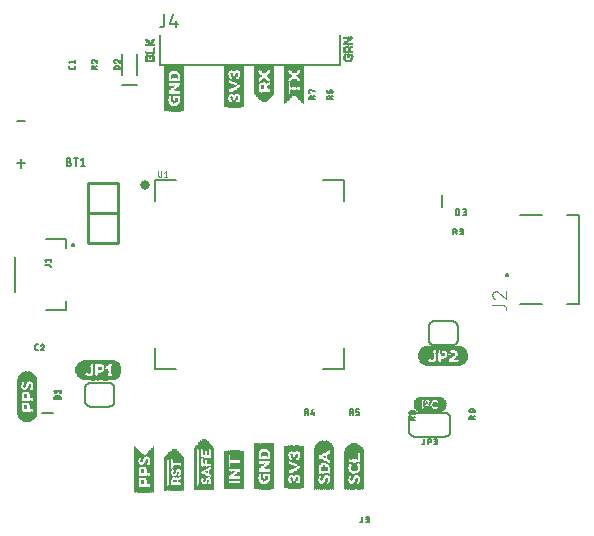
<source format=gbr>
G04 EAGLE Gerber RS-274X export*
G75*
%MOMM*%
%FSLAX34Y34*%
%LPD*%
%INSilkscreen Top*%
%IPPOS*%
%AMOC8*
5,1,8,0,0,1.08239X$1,22.5*%
G01*
%ADD10C,0.177800*%
%ADD11C,0.203200*%
%ADD12C,0.127000*%
%ADD13C,0.152400*%
%ADD14C,0.803212*%
%ADD15C,0.050800*%
%ADD16R,0.040000X3.520000*%
%ADD17R,0.040000X3.640000*%
%ADD18R,0.040000X3.720000*%
%ADD19R,0.040000X3.800000*%
%ADD20R,0.040000X3.840000*%
%ADD21R,0.040000X3.880000*%
%ADD22R,0.040000X3.920000*%
%ADD23R,0.040000X0.720000*%
%ADD24R,0.040000X3.040000*%
%ADD25R,0.040000X0.640000*%
%ADD26R,0.040000X0.280000*%
%ADD27R,0.040000X0.800000*%
%ADD28R,0.040000X1.160000*%
%ADD29R,0.040000X0.560000*%
%ADD30R,0.040000X0.200000*%
%ADD31R,0.040000X0.680000*%
%ADD32R,0.040000X1.120000*%
%ADD33R,0.040000X0.520000*%
%ADD34R,0.040000X0.160000*%
%ADD35R,0.040000X0.480000*%
%ADD36R,0.040000X0.440000*%
%ADD37R,0.040000X0.400000*%
%ADD38R,0.040000X0.240000*%
%ADD39R,0.040000X0.600000*%
%ADD40R,0.040000X0.320000*%
%ADD41R,0.040000X0.360000*%
%ADD42R,0.040000X1.080000*%
%ADD43R,0.040000X0.080000*%
%ADD44R,0.040000X1.040000*%
%ADD45R,0.040000X0.120000*%
%ADD46R,0.040000X1.000000*%
%ADD47R,0.040000X0.840000*%
%ADD48R,0.040000X0.960000*%
%ADD49R,0.040000X0.880000*%
%ADD50R,0.040000X0.760000*%
%ADD51R,0.040000X3.280000*%
%ADD52R,0.040000X3.400000*%
%ADD53R,0.040000X3.480000*%
%ADD54R,0.040000X3.560000*%
%ADD55R,0.040000X3.600000*%
%ADD56R,0.040000X3.680000*%
%ADD57R,0.040000X1.800000*%
%ADD58R,0.040000X1.240000*%
%ADD59R,0.040000X1.280000*%
%ADD60R,0.040000X1.320000*%
%ADD61R,0.040000X0.920000*%
%ADD62R,0.040000X0.040000*%
%ADD63R,0.040000X2.800000*%
%ADD64R,1.830000X0.030000*%
%ADD65R,2.010000X0.030000*%
%ADD66R,2.130000X0.020000*%
%ADD67R,2.250000X0.040000*%
%ADD68R,2.310000X0.030000*%
%ADD69R,2.370000X0.030000*%
%ADD70R,2.430000X0.020000*%
%ADD71R,0.930000X0.030000*%
%ADD72R,0.540000X0.030000*%
%ADD73R,0.750000X0.030000*%
%ADD74R,0.570000X0.040000*%
%ADD75R,0.150000X0.040000*%
%ADD76R,0.390000X0.040000*%
%ADD77R,0.660000X0.040000*%
%ADD78R,0.570000X0.030000*%
%ADD79R,0.120000X0.030000*%
%ADD80R,0.300000X0.030000*%
%ADD81R,0.600000X0.030000*%
%ADD82R,0.240000X0.030000*%
%ADD83R,0.090000X0.030000*%
%ADD84R,0.210000X0.030000*%
%ADD85R,0.630000X0.040000*%
%ADD86R,0.090000X0.040000*%
%ADD87R,0.060000X0.040000*%
%ADD88R,0.630000X0.030000*%
%ADD89R,0.660000X0.030000*%
%ADD90R,0.270000X0.030000*%
%ADD91R,0.720000X0.030000*%
%ADD92R,0.120000X0.040000*%
%ADD93R,1.080000X0.040000*%
%ADD94R,1.110000X0.030000*%
%ADD95R,0.150000X0.030000*%
%ADD96R,1.140000X0.030000*%
%ADD97R,0.180000X0.040000*%
%ADD98R,1.140000X0.040000*%
%ADD99R,0.060000X0.030000*%
%ADD100R,0.030000X0.030000*%
%ADD101R,0.030000X0.040000*%
%ADD102R,1.110000X0.040000*%
%ADD103R,1.080000X0.030000*%
%ADD104R,0.690000X0.030000*%
%ADD105R,0.780000X0.040000*%
%ADD106R,0.870000X0.030000*%
%ADD107R,2.430000X0.030000*%
%ADD108R,2.250000X0.030000*%
%ADD109R,2.130000X0.030000*%
%ADD110R,0.040000X3.240000*%
%ADD111R,0.040000X2.480000*%
%ADD112R,0.040000X2.520000*%
%ADD113R,0.040000X2.600000*%
%ADD114R,0.040000X2.640000*%
%ADD115R,0.040000X2.680000*%
%ADD116R,0.040000X2.720000*%
%ADD117R,0.040000X2.760000*%
%ADD118R,0.040000X1.440000*%
%ADD119R,0.040000X3.320000*%
%ADD120R,0.040000X3.200000*%
%ADD121R,0.040000X3.160000*%
%ADD122R,0.040000X3.120000*%
%ADD123R,0.040000X3.080000*%
%ADD124R,0.040000X1.680000*%
%ADD125R,0.040000X1.360000*%
%ADD126R,0.040000X2.840000*%
%ADD127R,0.040000X2.920000*%
%ADD128R,0.040000X2.960000*%
%ADD129R,0.040000X3.360000*%
%ADD130R,0.040000X3.000000*%
%ADD131R,0.040000X3.760000*%
%ADD132R,0.040000X4.040000*%
%ADD133R,0.040000X4.080000*%
%ADD134R,0.040000X4.120000*%
%ADD135R,0.040000X4.160000*%
%ADD136R,0.030000X0.330000*%
%ADD137R,0.030000X0.060000*%
%ADD138R,0.030000X0.090000*%
%ADD139R,0.040000X0.180000*%
%ADD140R,0.040000X0.150000*%
%ADD141R,0.030000X0.540000*%
%ADD142R,0.030000X0.210000*%
%ADD143R,0.030000X0.180000*%
%ADD144R,0.030000X0.570000*%
%ADD145R,0.030000X0.240000*%
%ADD146R,0.030000X0.600000*%
%ADD147R,0.030000X0.270000*%
%ADD148R,0.040000X0.210000*%
%ADD149R,0.040000X0.270000*%
%ADD150R,0.030000X0.450000*%
%ADD151R,0.030000X0.300000*%
%ADD152R,0.030000X0.420000*%
%ADD153R,0.030000X0.390000*%
%ADD154R,0.040000X0.330000*%
%ADD155R,0.030000X0.360000*%
%ADD156R,0.040000X0.450000*%
%ADD157R,0.030000X0.630000*%
%ADD158R,0.040000X0.630000*%
%ADD159R,0.040000X0.510000*%
%ADD160R,0.040000X0.540000*%
%ADD161R,0.040000X0.570000*%
%ADD162R,0.030000X0.150000*%
%ADD163R,0.030000X0.120000*%
%ADD164R,0.040000X0.390000*%
%ADD165R,0.030000X0.510000*%
%ADD166R,0.040000X0.660000*%
%ADD167R,0.040000X0.300000*%
%ADD168R,0.040000X0.420000*%
%ADD169R,2.680000X0.040000*%
%ADD170R,2.920000X0.040000*%
%ADD171R,3.080000X0.040000*%
%ADD172R,3.240000X0.040000*%
%ADD173R,3.320000X0.040000*%
%ADD174R,3.400000X0.040000*%
%ADD175R,3.480000X0.040000*%
%ADD176R,3.560000X0.040000*%
%ADD177R,1.200000X0.040000*%
%ADD178R,0.160000X0.040000*%
%ADD179R,0.560000X0.040000*%
%ADD180R,0.760000X0.040000*%
%ADD181R,1.160000X0.040000*%
%ADD182R,0.440000X0.040000*%
%ADD183R,0.720000X0.040000*%
%ADD184R,0.360000X0.040000*%
%ADD185R,0.280000X0.040000*%
%ADD186R,1.240000X0.040000*%
%ADD187R,0.240000X0.040000*%
%ADD188R,0.800000X0.040000*%
%ADD189R,1.280000X0.040000*%
%ADD190R,0.080000X0.040000*%
%ADD191R,0.840000X0.040000*%
%ADD192R,0.320000X0.040000*%
%ADD193R,0.400000X0.040000*%
%ADD194R,0.480000X0.040000*%
%ADD195R,0.600000X0.040000*%
%ADD196R,0.200000X0.040000*%
%ADD197R,0.920000X0.040000*%
%ADD198R,3.000000X0.040000*%
%ADD199R,3.640000X0.040000*%
%ADD200R,3.720000X0.040000*%
%ADD201R,3.800000X0.040000*%
%ADD202R,1.000000X0.040000*%
%ADD203R,0.520000X0.040000*%
%ADD204R,0.960000X0.040000*%
%ADD205R,0.880000X0.040000*%
%ADD206R,1.040000X0.040000*%
%ADD207R,0.680000X0.040000*%
%ADD208R,0.640000X0.040000*%
%ADD209C,0.200000*%
%ADD210C,0.101600*%
%ADD211C,0.254000*%


D10*
X292100Y787400D02*
X292100Y762000D01*
X444500Y762000D02*
X444500Y787400D01*
X444500Y762000D02*
X292100Y762000D01*
D11*
X178308Y678265D02*
X171196Y678265D01*
X174752Y674709D02*
X174752Y681821D01*
X171196Y713825D02*
X178308Y713825D01*
X169900Y599200D02*
X169900Y569200D01*
X195900Y614200D02*
X212400Y614200D01*
X212400Y561700D02*
X212400Y554200D01*
X195900Y554200D01*
X212400Y606700D02*
X212400Y614200D01*
X217884Y609200D02*
X217886Y609263D01*
X217892Y609326D01*
X217902Y609389D01*
X217915Y609450D01*
X217933Y609511D01*
X217954Y609570D01*
X217979Y609629D01*
X218007Y609685D01*
X218039Y609740D01*
X218074Y609792D01*
X218113Y609842D01*
X218154Y609890D01*
X218199Y609935D01*
X218246Y609977D01*
X218295Y610016D01*
X218347Y610052D01*
X218401Y610085D01*
X218457Y610114D01*
X218515Y610140D01*
X218574Y610162D01*
X218634Y610181D01*
X218696Y610195D01*
X218758Y610206D01*
X218821Y610213D01*
X218884Y610216D01*
X218947Y610215D01*
X219010Y610210D01*
X219073Y610201D01*
X219135Y610188D01*
X219196Y610172D01*
X219256Y610152D01*
X219314Y610128D01*
X219371Y610100D01*
X219426Y610069D01*
X219479Y610035D01*
X219530Y609997D01*
X219578Y609956D01*
X219624Y609913D01*
X219667Y609866D01*
X219707Y609817D01*
X219744Y609766D01*
X219777Y609713D01*
X219807Y609657D01*
X219834Y609600D01*
X219857Y609541D01*
X219876Y609481D01*
X219892Y609419D01*
X219904Y609357D01*
X219912Y609295D01*
X219916Y609232D01*
X219916Y609168D01*
X219912Y609105D01*
X219904Y609043D01*
X219892Y608981D01*
X219876Y608919D01*
X219857Y608859D01*
X219834Y608800D01*
X219807Y608743D01*
X219777Y608687D01*
X219744Y608634D01*
X219707Y608583D01*
X219667Y608534D01*
X219624Y608487D01*
X219578Y608444D01*
X219530Y608403D01*
X219479Y608365D01*
X219426Y608331D01*
X219371Y608300D01*
X219314Y608272D01*
X219256Y608248D01*
X219196Y608228D01*
X219135Y608212D01*
X219073Y608199D01*
X219010Y608190D01*
X218947Y608185D01*
X218884Y608184D01*
X218821Y608187D01*
X218758Y608194D01*
X218696Y608205D01*
X218634Y608219D01*
X218574Y608238D01*
X218515Y608260D01*
X218457Y608286D01*
X218401Y608315D01*
X218347Y608348D01*
X218295Y608384D01*
X218246Y608423D01*
X218199Y608465D01*
X218154Y608510D01*
X218113Y608558D01*
X218074Y608608D01*
X218039Y608660D01*
X218007Y608715D01*
X217979Y608771D01*
X217954Y608830D01*
X217933Y608889D01*
X217915Y608950D01*
X217902Y609011D01*
X217892Y609074D01*
X217886Y609137D01*
X217884Y609200D01*
D12*
X198699Y591906D02*
X194945Y591906D01*
X198699Y591906D02*
X198764Y591904D01*
X198828Y591898D01*
X198892Y591888D01*
X198956Y591875D01*
X199018Y591857D01*
X199079Y591836D01*
X199139Y591812D01*
X199197Y591783D01*
X199254Y591751D01*
X199308Y591716D01*
X199360Y591678D01*
X199410Y591636D01*
X199457Y591592D01*
X199501Y591545D01*
X199543Y591495D01*
X199581Y591443D01*
X199616Y591389D01*
X199648Y591332D01*
X199677Y591274D01*
X199701Y591214D01*
X199722Y591153D01*
X199740Y591091D01*
X199753Y591027D01*
X199763Y590963D01*
X199769Y590899D01*
X199771Y590834D01*
X199771Y590297D01*
X196017Y594854D02*
X194945Y596194D01*
X199771Y596194D01*
X199771Y594854D02*
X199771Y597535D01*
X189004Y520319D02*
X187932Y520319D01*
X187867Y520321D01*
X187803Y520327D01*
X187739Y520337D01*
X187675Y520350D01*
X187613Y520368D01*
X187552Y520389D01*
X187492Y520413D01*
X187434Y520442D01*
X187377Y520474D01*
X187323Y520509D01*
X187271Y520547D01*
X187221Y520589D01*
X187174Y520633D01*
X187130Y520680D01*
X187088Y520730D01*
X187050Y520782D01*
X187015Y520836D01*
X186983Y520893D01*
X186954Y520951D01*
X186930Y521011D01*
X186909Y521072D01*
X186891Y521134D01*
X186878Y521198D01*
X186868Y521262D01*
X186862Y521326D01*
X186860Y521391D01*
X186859Y521391D02*
X186859Y524073D01*
X186860Y524073D02*
X186862Y524138D01*
X186868Y524202D01*
X186878Y524266D01*
X186891Y524330D01*
X186909Y524392D01*
X186930Y524453D01*
X186954Y524513D01*
X186983Y524571D01*
X187015Y524628D01*
X187050Y524682D01*
X187088Y524734D01*
X187130Y524784D01*
X187174Y524831D01*
X187221Y524875D01*
X187271Y524917D01*
X187323Y524955D01*
X187377Y524990D01*
X187434Y525022D01*
X187492Y525051D01*
X187552Y525075D01*
X187613Y525096D01*
X187675Y525114D01*
X187739Y525127D01*
X187803Y525137D01*
X187867Y525143D01*
X187932Y525145D01*
X189004Y525145D01*
X192934Y525145D02*
X193002Y525143D01*
X193069Y525137D01*
X193136Y525128D01*
X193203Y525115D01*
X193268Y525098D01*
X193333Y525077D01*
X193396Y525053D01*
X193458Y525025D01*
X193518Y524994D01*
X193576Y524960D01*
X193632Y524922D01*
X193687Y524882D01*
X193738Y524838D01*
X193787Y524791D01*
X193834Y524742D01*
X193878Y524691D01*
X193918Y524636D01*
X193956Y524580D01*
X193990Y524522D01*
X194021Y524462D01*
X194049Y524400D01*
X194073Y524337D01*
X194094Y524272D01*
X194111Y524207D01*
X194124Y524140D01*
X194133Y524073D01*
X194139Y524006D01*
X194141Y523938D01*
X192934Y525145D02*
X192856Y525143D01*
X192778Y525137D01*
X192701Y525127D01*
X192624Y525114D01*
X192548Y525096D01*
X192473Y525075D01*
X192399Y525050D01*
X192327Y525021D01*
X192256Y524989D01*
X192187Y524953D01*
X192119Y524914D01*
X192054Y524871D01*
X191991Y524825D01*
X191930Y524776D01*
X191872Y524724D01*
X191817Y524669D01*
X191764Y524612D01*
X191715Y524552D01*
X191668Y524489D01*
X191625Y524425D01*
X191585Y524358D01*
X191548Y524289D01*
X191515Y524218D01*
X191485Y524146D01*
X191459Y524073D01*
X193739Y523000D02*
X193788Y523049D01*
X193835Y523101D01*
X193878Y523156D01*
X193919Y523213D01*
X193957Y523272D01*
X193991Y523333D01*
X194022Y523396D01*
X194050Y523460D01*
X194074Y523526D01*
X194094Y523592D01*
X194111Y523660D01*
X194124Y523729D01*
X194133Y523798D01*
X194139Y523868D01*
X194141Y523938D01*
X193739Y523000D02*
X191460Y520319D01*
X194141Y520319D01*
X433705Y732548D02*
X438531Y732548D01*
X433705Y732548D02*
X433705Y733889D01*
X433707Y733960D01*
X433713Y734032D01*
X433722Y734102D01*
X433735Y734172D01*
X433752Y734242D01*
X433773Y734310D01*
X433797Y734377D01*
X433825Y734443D01*
X433856Y734507D01*
X433891Y734570D01*
X433929Y734630D01*
X433970Y734689D01*
X434014Y734745D01*
X434061Y734799D01*
X434110Y734850D01*
X434163Y734898D01*
X434218Y734944D01*
X434275Y734986D01*
X434335Y735026D01*
X434396Y735062D01*
X434460Y735095D01*
X434525Y735124D01*
X434591Y735150D01*
X434659Y735173D01*
X434728Y735192D01*
X434798Y735207D01*
X434868Y735218D01*
X434939Y735226D01*
X435010Y735230D01*
X435082Y735230D01*
X435153Y735226D01*
X435224Y735218D01*
X435294Y735207D01*
X435364Y735192D01*
X435433Y735173D01*
X435501Y735150D01*
X435567Y735124D01*
X435632Y735095D01*
X435696Y735062D01*
X435757Y735026D01*
X435817Y734986D01*
X435874Y734944D01*
X435929Y734898D01*
X435982Y734850D01*
X436031Y734799D01*
X436078Y734745D01*
X436122Y734689D01*
X436163Y734630D01*
X436201Y734570D01*
X436236Y734507D01*
X436267Y734443D01*
X436295Y734377D01*
X436319Y734310D01*
X436340Y734242D01*
X436357Y734172D01*
X436370Y734102D01*
X436379Y734032D01*
X436385Y733960D01*
X436387Y733889D01*
X436386Y733889D02*
X436386Y732548D01*
X436386Y734157D02*
X438531Y735229D01*
X435850Y737971D02*
X435850Y739579D01*
X435852Y739644D01*
X435858Y739708D01*
X435868Y739772D01*
X435881Y739836D01*
X435899Y739898D01*
X435920Y739959D01*
X435944Y740019D01*
X435973Y740077D01*
X436005Y740134D01*
X436040Y740188D01*
X436078Y740240D01*
X436120Y740290D01*
X436164Y740337D01*
X436211Y740381D01*
X436261Y740423D01*
X436313Y740461D01*
X436367Y740496D01*
X436424Y740528D01*
X436482Y740557D01*
X436542Y740581D01*
X436603Y740602D01*
X436665Y740620D01*
X436729Y740633D01*
X436793Y740643D01*
X436857Y740649D01*
X436922Y740651D01*
X436922Y740652D02*
X437190Y740652D01*
X437261Y740650D01*
X437333Y740644D01*
X437403Y740635D01*
X437473Y740622D01*
X437543Y740605D01*
X437611Y740584D01*
X437678Y740560D01*
X437744Y740532D01*
X437808Y740501D01*
X437871Y740466D01*
X437931Y740428D01*
X437990Y740387D01*
X438046Y740343D01*
X438100Y740296D01*
X438151Y740247D01*
X438199Y740194D01*
X438245Y740139D01*
X438287Y740082D01*
X438327Y740022D01*
X438363Y739961D01*
X438396Y739897D01*
X438425Y739832D01*
X438451Y739766D01*
X438474Y739698D01*
X438493Y739629D01*
X438508Y739559D01*
X438519Y739489D01*
X438527Y739418D01*
X438531Y739347D01*
X438531Y739275D01*
X438527Y739204D01*
X438519Y739133D01*
X438508Y739063D01*
X438493Y738993D01*
X438474Y738924D01*
X438451Y738856D01*
X438425Y738790D01*
X438396Y738725D01*
X438363Y738661D01*
X438327Y738600D01*
X438287Y738540D01*
X438245Y738483D01*
X438199Y738428D01*
X438151Y738375D01*
X438100Y738326D01*
X438046Y738279D01*
X437990Y738235D01*
X437931Y738194D01*
X437871Y738156D01*
X437808Y738121D01*
X437744Y738090D01*
X437678Y738062D01*
X437611Y738038D01*
X437543Y738017D01*
X437473Y738000D01*
X437403Y737987D01*
X437333Y737978D01*
X437261Y737972D01*
X437190Y737970D01*
X437190Y737971D02*
X435850Y737971D01*
X435759Y737973D01*
X435668Y737979D01*
X435578Y737988D01*
X435487Y738002D01*
X435398Y738019D01*
X435310Y738040D01*
X435222Y738065D01*
X435135Y738094D01*
X435050Y738126D01*
X434966Y738161D01*
X434884Y738201D01*
X434804Y738243D01*
X434725Y738289D01*
X434649Y738339D01*
X434575Y738391D01*
X434502Y738447D01*
X434433Y738506D01*
X434366Y738567D01*
X434301Y738632D01*
X434240Y738699D01*
X434181Y738768D01*
X434125Y738840D01*
X434073Y738915D01*
X434023Y738991D01*
X433977Y739070D01*
X433935Y739150D01*
X433895Y739232D01*
X433860Y739316D01*
X433828Y739401D01*
X433799Y739488D01*
X433774Y739575D01*
X433753Y739664D01*
X433736Y739753D01*
X433722Y739843D01*
X433713Y739934D01*
X433707Y740025D01*
X433705Y740116D01*
X423545Y732548D02*
X418719Y732548D01*
X418719Y733889D01*
X418721Y733960D01*
X418727Y734032D01*
X418736Y734102D01*
X418749Y734172D01*
X418766Y734242D01*
X418787Y734310D01*
X418811Y734377D01*
X418839Y734443D01*
X418870Y734507D01*
X418905Y734570D01*
X418943Y734630D01*
X418984Y734689D01*
X419028Y734745D01*
X419075Y734799D01*
X419124Y734850D01*
X419177Y734898D01*
X419232Y734944D01*
X419289Y734986D01*
X419349Y735026D01*
X419410Y735062D01*
X419474Y735095D01*
X419539Y735124D01*
X419605Y735150D01*
X419673Y735173D01*
X419742Y735192D01*
X419812Y735207D01*
X419882Y735218D01*
X419953Y735226D01*
X420024Y735230D01*
X420096Y735230D01*
X420167Y735226D01*
X420238Y735218D01*
X420308Y735207D01*
X420378Y735192D01*
X420447Y735173D01*
X420515Y735150D01*
X420581Y735124D01*
X420646Y735095D01*
X420710Y735062D01*
X420771Y735026D01*
X420831Y734986D01*
X420888Y734944D01*
X420943Y734898D01*
X420996Y734850D01*
X421045Y734799D01*
X421092Y734745D01*
X421136Y734689D01*
X421177Y734630D01*
X421215Y734570D01*
X421250Y734507D01*
X421281Y734443D01*
X421309Y734377D01*
X421333Y734310D01*
X421354Y734242D01*
X421371Y734172D01*
X421384Y734102D01*
X421393Y734032D01*
X421399Y733960D01*
X421401Y733889D01*
X421400Y733889D02*
X421400Y732548D01*
X421400Y734157D02*
X423545Y735229D01*
X419255Y737971D02*
X418719Y737971D01*
X418719Y740652D01*
X423545Y739311D01*
X220345Y759432D02*
X220345Y760504D01*
X220345Y759432D02*
X220343Y759367D01*
X220337Y759303D01*
X220327Y759239D01*
X220314Y759175D01*
X220296Y759113D01*
X220275Y759052D01*
X220251Y758992D01*
X220222Y758934D01*
X220190Y758877D01*
X220155Y758823D01*
X220117Y758771D01*
X220075Y758721D01*
X220031Y758674D01*
X219984Y758630D01*
X219934Y758588D01*
X219882Y758550D01*
X219828Y758515D01*
X219771Y758483D01*
X219713Y758454D01*
X219653Y758430D01*
X219592Y758409D01*
X219530Y758391D01*
X219466Y758378D01*
X219402Y758368D01*
X219338Y758362D01*
X219273Y758360D01*
X219273Y758359D02*
X216591Y758359D01*
X216526Y758361D01*
X216462Y758367D01*
X216398Y758377D01*
X216334Y758390D01*
X216272Y758408D01*
X216211Y758429D01*
X216151Y758454D01*
X216092Y758482D01*
X216036Y758514D01*
X215981Y758549D01*
X215929Y758587D01*
X215879Y758629D01*
X215832Y758673D01*
X215788Y758720D01*
X215746Y758770D01*
X215708Y758822D01*
X215673Y758877D01*
X215641Y758933D01*
X215613Y758992D01*
X215588Y759051D01*
X215567Y759113D01*
X215549Y759175D01*
X215536Y759239D01*
X215526Y759303D01*
X215520Y759367D01*
X215518Y759432D01*
X215519Y759432D02*
X215519Y760504D01*
X216591Y762960D02*
X215519Y764300D01*
X220345Y764300D01*
X220345Y762960D02*
X220345Y765641D01*
X215055Y679803D02*
X213291Y679803D01*
X215055Y679803D02*
X215138Y679801D01*
X215220Y679795D01*
X215302Y679786D01*
X215384Y679772D01*
X215465Y679755D01*
X215545Y679734D01*
X215624Y679709D01*
X215701Y679680D01*
X215778Y679648D01*
X215852Y679613D01*
X215925Y679574D01*
X215996Y679531D01*
X216065Y679485D01*
X216132Y679436D01*
X216196Y679384D01*
X216258Y679329D01*
X216317Y679272D01*
X216373Y679211D01*
X216427Y679148D01*
X216477Y679083D01*
X216525Y679015D01*
X216569Y678945D01*
X216609Y678873D01*
X216647Y678799D01*
X216681Y678724D01*
X216711Y678647D01*
X216738Y678568D01*
X216761Y678489D01*
X216780Y678408D01*
X216795Y678327D01*
X216807Y678245D01*
X216815Y678163D01*
X216819Y678080D01*
X216819Y677998D01*
X216815Y677915D01*
X216807Y677833D01*
X216795Y677751D01*
X216780Y677670D01*
X216761Y677589D01*
X216738Y677510D01*
X216711Y677431D01*
X216681Y677354D01*
X216647Y677279D01*
X216609Y677205D01*
X216569Y677133D01*
X216525Y677063D01*
X216477Y676995D01*
X216427Y676930D01*
X216373Y676867D01*
X216317Y676806D01*
X216258Y676749D01*
X216196Y676694D01*
X216132Y676642D01*
X216065Y676593D01*
X215996Y676547D01*
X215925Y676504D01*
X215852Y676465D01*
X215778Y676430D01*
X215701Y676398D01*
X215624Y676369D01*
X215545Y676344D01*
X215465Y676323D01*
X215384Y676306D01*
X215302Y676292D01*
X215220Y676283D01*
X215138Y676277D01*
X215055Y676275D01*
X213291Y676275D01*
X213291Y682625D01*
X215055Y682625D01*
X215129Y682623D01*
X215202Y682617D01*
X215276Y682608D01*
X215348Y682594D01*
X215420Y682577D01*
X215491Y682556D01*
X215561Y682531D01*
X215629Y682503D01*
X215696Y682471D01*
X215760Y682436D01*
X215823Y682397D01*
X215884Y682356D01*
X215943Y682311D01*
X215999Y682263D01*
X216053Y682212D01*
X216104Y682158D01*
X216152Y682102D01*
X216197Y682043D01*
X216238Y681982D01*
X216277Y681920D01*
X216312Y681855D01*
X216344Y681788D01*
X216372Y681720D01*
X216397Y681650D01*
X216418Y681579D01*
X216435Y681507D01*
X216449Y681435D01*
X216458Y681361D01*
X216464Y681288D01*
X216466Y681214D01*
X216464Y681140D01*
X216458Y681067D01*
X216449Y680993D01*
X216435Y680921D01*
X216418Y680849D01*
X216397Y680778D01*
X216372Y680708D01*
X216344Y680640D01*
X216312Y680573D01*
X216277Y680509D01*
X216238Y680446D01*
X216197Y680385D01*
X216152Y680326D01*
X216104Y680270D01*
X216053Y680216D01*
X215999Y680165D01*
X215943Y680117D01*
X215884Y680072D01*
X215823Y680031D01*
X215761Y679992D01*
X215696Y679957D01*
X215629Y679925D01*
X215561Y679897D01*
X215491Y679872D01*
X215420Y679851D01*
X215348Y679834D01*
X215276Y679820D01*
X215202Y679811D01*
X215129Y679805D01*
X215055Y679803D01*
X221070Y682625D02*
X221070Y676275D01*
X219307Y682625D02*
X222834Y682625D01*
X225707Y681214D02*
X227471Y682625D01*
X227471Y676275D01*
X225707Y676275D02*
X229235Y676275D01*
X503555Y460768D02*
X508381Y460768D01*
X503555Y460768D02*
X503555Y462109D01*
X503557Y462180D01*
X503563Y462252D01*
X503572Y462322D01*
X503585Y462392D01*
X503602Y462462D01*
X503623Y462530D01*
X503647Y462597D01*
X503675Y462663D01*
X503706Y462727D01*
X503741Y462790D01*
X503779Y462850D01*
X503820Y462909D01*
X503864Y462965D01*
X503911Y463019D01*
X503960Y463070D01*
X504013Y463118D01*
X504068Y463164D01*
X504125Y463206D01*
X504185Y463246D01*
X504246Y463282D01*
X504310Y463315D01*
X504375Y463344D01*
X504441Y463370D01*
X504509Y463393D01*
X504578Y463412D01*
X504648Y463427D01*
X504718Y463438D01*
X504789Y463446D01*
X504860Y463450D01*
X504932Y463450D01*
X505003Y463446D01*
X505074Y463438D01*
X505144Y463427D01*
X505214Y463412D01*
X505283Y463393D01*
X505351Y463370D01*
X505417Y463344D01*
X505482Y463315D01*
X505546Y463282D01*
X505607Y463246D01*
X505667Y463206D01*
X505724Y463164D01*
X505779Y463118D01*
X505832Y463070D01*
X505881Y463019D01*
X505928Y462965D01*
X505972Y462909D01*
X506013Y462850D01*
X506051Y462790D01*
X506086Y462727D01*
X506117Y462663D01*
X506145Y462597D01*
X506169Y462530D01*
X506190Y462462D01*
X506207Y462392D01*
X506220Y462322D01*
X506229Y462252D01*
X506235Y462180D01*
X506237Y462109D01*
X506236Y462109D02*
X506236Y460768D01*
X506236Y462377D02*
X508381Y463449D01*
X507040Y466190D02*
X506969Y466192D01*
X506897Y466198D01*
X506827Y466207D01*
X506757Y466220D01*
X506687Y466237D01*
X506619Y466258D01*
X506552Y466282D01*
X506486Y466310D01*
X506422Y466341D01*
X506359Y466376D01*
X506299Y466414D01*
X506240Y466455D01*
X506184Y466499D01*
X506130Y466546D01*
X506079Y466595D01*
X506031Y466648D01*
X505985Y466703D01*
X505943Y466760D01*
X505903Y466820D01*
X505867Y466881D01*
X505834Y466945D01*
X505805Y467010D01*
X505779Y467076D01*
X505756Y467144D01*
X505737Y467213D01*
X505722Y467283D01*
X505711Y467353D01*
X505703Y467424D01*
X505699Y467495D01*
X505699Y467567D01*
X505703Y467638D01*
X505711Y467709D01*
X505722Y467779D01*
X505737Y467849D01*
X505756Y467918D01*
X505779Y467986D01*
X505805Y468052D01*
X505834Y468117D01*
X505867Y468181D01*
X505903Y468242D01*
X505943Y468302D01*
X505985Y468359D01*
X506031Y468414D01*
X506079Y468467D01*
X506130Y468516D01*
X506184Y468563D01*
X506240Y468607D01*
X506299Y468648D01*
X506359Y468686D01*
X506422Y468721D01*
X506486Y468752D01*
X506552Y468780D01*
X506619Y468804D01*
X506687Y468825D01*
X506757Y468842D01*
X506827Y468855D01*
X506897Y468864D01*
X506969Y468870D01*
X507040Y468872D01*
X507111Y468870D01*
X507183Y468864D01*
X507253Y468855D01*
X507323Y468842D01*
X507393Y468825D01*
X507461Y468804D01*
X507528Y468780D01*
X507594Y468752D01*
X507658Y468721D01*
X507721Y468686D01*
X507781Y468648D01*
X507840Y468607D01*
X507896Y468563D01*
X507950Y468516D01*
X508001Y468467D01*
X508049Y468414D01*
X508095Y468359D01*
X508137Y468302D01*
X508177Y468242D01*
X508213Y468181D01*
X508246Y468117D01*
X508275Y468052D01*
X508301Y467986D01*
X508324Y467918D01*
X508343Y467849D01*
X508358Y467779D01*
X508369Y467709D01*
X508377Y467638D01*
X508381Y467567D01*
X508381Y467495D01*
X508377Y467424D01*
X508369Y467353D01*
X508358Y467283D01*
X508343Y467213D01*
X508324Y467144D01*
X508301Y467076D01*
X508275Y467010D01*
X508246Y466945D01*
X508213Y466881D01*
X508177Y466820D01*
X508137Y466760D01*
X508095Y466703D01*
X508049Y466648D01*
X508001Y466595D01*
X507950Y466546D01*
X507896Y466499D01*
X507840Y466455D01*
X507781Y466414D01*
X507721Y466376D01*
X507658Y466341D01*
X507594Y466310D01*
X507528Y466282D01*
X507461Y466258D01*
X507393Y466237D01*
X507323Y466220D01*
X507253Y466207D01*
X507183Y466198D01*
X507111Y466192D01*
X507040Y466190D01*
X504627Y466459D02*
X504562Y466461D01*
X504498Y466467D01*
X504434Y466477D01*
X504370Y466490D01*
X504308Y466508D01*
X504247Y466529D01*
X504187Y466553D01*
X504129Y466582D01*
X504072Y466614D01*
X504018Y466649D01*
X503966Y466687D01*
X503916Y466729D01*
X503869Y466773D01*
X503825Y466820D01*
X503783Y466870D01*
X503745Y466922D01*
X503710Y466976D01*
X503678Y467033D01*
X503649Y467091D01*
X503625Y467151D01*
X503604Y467212D01*
X503586Y467274D01*
X503573Y467338D01*
X503563Y467402D01*
X503557Y467466D01*
X503555Y467531D01*
X503557Y467596D01*
X503563Y467660D01*
X503573Y467724D01*
X503586Y467788D01*
X503604Y467850D01*
X503625Y467911D01*
X503649Y467971D01*
X503678Y468029D01*
X503710Y468086D01*
X503745Y468140D01*
X503783Y468192D01*
X503825Y468242D01*
X503869Y468289D01*
X503916Y468333D01*
X503966Y468375D01*
X504018Y468413D01*
X504072Y468448D01*
X504129Y468480D01*
X504187Y468509D01*
X504247Y468533D01*
X504308Y468554D01*
X504370Y468572D01*
X504434Y468585D01*
X504498Y468595D01*
X504562Y468601D01*
X504627Y468603D01*
X504692Y468601D01*
X504756Y468595D01*
X504820Y468585D01*
X504884Y468572D01*
X504946Y468554D01*
X505007Y468533D01*
X505067Y468509D01*
X505125Y468480D01*
X505182Y468448D01*
X505236Y468413D01*
X505288Y468375D01*
X505338Y468333D01*
X505385Y468289D01*
X505429Y468242D01*
X505471Y468192D01*
X505509Y468140D01*
X505544Y468086D01*
X505576Y468029D01*
X505605Y467971D01*
X505629Y467911D01*
X505650Y467850D01*
X505668Y467788D01*
X505681Y467724D01*
X505691Y467660D01*
X505697Y467596D01*
X505699Y467531D01*
X505697Y467466D01*
X505691Y467402D01*
X505681Y467338D01*
X505668Y467274D01*
X505650Y467212D01*
X505629Y467151D01*
X505605Y467091D01*
X505576Y467033D01*
X505544Y466976D01*
X505509Y466922D01*
X505471Y466870D01*
X505429Y466820D01*
X505385Y466773D01*
X505338Y466729D01*
X505288Y466687D01*
X505236Y466649D01*
X505182Y466614D01*
X505125Y466582D01*
X505067Y466553D01*
X505007Y466529D01*
X504946Y466508D01*
X504884Y466490D01*
X504820Y466477D01*
X504756Y466467D01*
X504692Y466461D01*
X504627Y466459D01*
X554355Y462038D02*
X559181Y462038D01*
X554355Y462038D02*
X554355Y463379D01*
X554357Y463450D01*
X554363Y463522D01*
X554372Y463592D01*
X554385Y463662D01*
X554402Y463732D01*
X554423Y463800D01*
X554447Y463867D01*
X554475Y463933D01*
X554506Y463997D01*
X554541Y464060D01*
X554579Y464120D01*
X554620Y464179D01*
X554664Y464235D01*
X554711Y464289D01*
X554760Y464340D01*
X554813Y464388D01*
X554868Y464434D01*
X554925Y464476D01*
X554985Y464516D01*
X555046Y464552D01*
X555110Y464585D01*
X555175Y464614D01*
X555241Y464640D01*
X555309Y464663D01*
X555378Y464682D01*
X555448Y464697D01*
X555518Y464708D01*
X555589Y464716D01*
X555660Y464720D01*
X555732Y464720D01*
X555803Y464716D01*
X555874Y464708D01*
X555944Y464697D01*
X556014Y464682D01*
X556083Y464663D01*
X556151Y464640D01*
X556217Y464614D01*
X556282Y464585D01*
X556346Y464552D01*
X556407Y464516D01*
X556467Y464476D01*
X556524Y464434D01*
X556579Y464388D01*
X556632Y464340D01*
X556681Y464289D01*
X556728Y464235D01*
X556772Y464179D01*
X556813Y464120D01*
X556851Y464060D01*
X556886Y463997D01*
X556917Y463933D01*
X556945Y463867D01*
X556969Y463800D01*
X556990Y463732D01*
X557007Y463662D01*
X557020Y463592D01*
X557029Y463522D01*
X557035Y463450D01*
X557037Y463379D01*
X557036Y463379D02*
X557036Y462038D01*
X557036Y463647D02*
X559181Y464719D01*
X557036Y468533D02*
X557036Y470142D01*
X557036Y468533D02*
X557034Y468468D01*
X557028Y468404D01*
X557018Y468340D01*
X557005Y468276D01*
X556987Y468214D01*
X556966Y468153D01*
X556942Y468093D01*
X556913Y468035D01*
X556881Y467978D01*
X556846Y467924D01*
X556808Y467872D01*
X556766Y467822D01*
X556722Y467775D01*
X556675Y467731D01*
X556625Y467689D01*
X556573Y467651D01*
X556519Y467616D01*
X556462Y467584D01*
X556404Y467555D01*
X556344Y467531D01*
X556283Y467510D01*
X556221Y467492D01*
X556157Y467479D01*
X556093Y467469D01*
X556029Y467463D01*
X555964Y467461D01*
X555696Y467461D01*
X555696Y467460D02*
X555625Y467462D01*
X555553Y467468D01*
X555483Y467477D01*
X555413Y467490D01*
X555343Y467507D01*
X555275Y467528D01*
X555208Y467552D01*
X555142Y467580D01*
X555078Y467611D01*
X555015Y467646D01*
X554955Y467684D01*
X554896Y467725D01*
X554840Y467769D01*
X554786Y467816D01*
X554735Y467865D01*
X554687Y467918D01*
X554641Y467973D01*
X554599Y468030D01*
X554559Y468090D01*
X554523Y468151D01*
X554490Y468215D01*
X554461Y468280D01*
X554435Y468346D01*
X554412Y468414D01*
X554393Y468483D01*
X554378Y468553D01*
X554367Y468623D01*
X554359Y468694D01*
X554355Y468765D01*
X554355Y468837D01*
X554359Y468908D01*
X554367Y468979D01*
X554378Y469049D01*
X554393Y469119D01*
X554412Y469188D01*
X554435Y469256D01*
X554461Y469322D01*
X554490Y469387D01*
X554523Y469451D01*
X554559Y469512D01*
X554599Y469572D01*
X554641Y469629D01*
X554687Y469684D01*
X554735Y469737D01*
X554786Y469786D01*
X554840Y469833D01*
X554896Y469877D01*
X554955Y469918D01*
X555015Y469956D01*
X555078Y469991D01*
X555142Y470022D01*
X555208Y470050D01*
X555275Y470074D01*
X555343Y470095D01*
X555413Y470112D01*
X555483Y470125D01*
X555553Y470134D01*
X555625Y470140D01*
X555696Y470142D01*
X557036Y470142D01*
X557127Y470140D01*
X557218Y470134D01*
X557308Y470125D01*
X557399Y470111D01*
X557488Y470094D01*
X557576Y470073D01*
X557664Y470048D01*
X557751Y470019D01*
X557836Y469987D01*
X557920Y469952D01*
X558002Y469912D01*
X558082Y469870D01*
X558161Y469824D01*
X558237Y469774D01*
X558311Y469722D01*
X558384Y469666D01*
X558453Y469607D01*
X558520Y469546D01*
X558585Y469481D01*
X558646Y469414D01*
X558705Y469345D01*
X558761Y469272D01*
X558813Y469198D01*
X558863Y469122D01*
X558909Y469043D01*
X558951Y468963D01*
X558991Y468881D01*
X559026Y468797D01*
X559058Y468712D01*
X559087Y468625D01*
X559112Y468537D01*
X559133Y468449D01*
X559150Y468360D01*
X559164Y468269D01*
X559173Y468179D01*
X559179Y468088D01*
X559181Y467997D01*
D11*
X533400Y467360D02*
X508000Y467360D01*
X503428Y451612D02*
X503430Y451479D01*
X503436Y451346D01*
X503445Y451214D01*
X503459Y451081D01*
X503476Y450949D01*
X503497Y450818D01*
X503522Y450687D01*
X503551Y450558D01*
X503584Y450429D01*
X503620Y450301D01*
X503660Y450174D01*
X503704Y450048D01*
X503751Y449924D01*
X503802Y449801D01*
X503856Y449680D01*
X503914Y449560D01*
X503976Y449442D01*
X504041Y449326D01*
X504109Y449212D01*
X504180Y449100D01*
X504255Y448990D01*
X504333Y448882D01*
X504414Y448776D01*
X504498Y448673D01*
X504585Y448573D01*
X504674Y448475D01*
X504767Y448379D01*
X504863Y448286D01*
X504961Y448197D01*
X505061Y448110D01*
X505164Y448026D01*
X505270Y447945D01*
X505378Y447867D01*
X505488Y447792D01*
X505600Y447721D01*
X505714Y447653D01*
X505830Y447588D01*
X505948Y447526D01*
X506068Y447468D01*
X506189Y447414D01*
X506312Y447363D01*
X506436Y447316D01*
X506562Y447272D01*
X506689Y447232D01*
X506817Y447196D01*
X506946Y447163D01*
X507075Y447134D01*
X507206Y447109D01*
X507337Y447088D01*
X507469Y447071D01*
X507602Y447057D01*
X507734Y447048D01*
X507867Y447042D01*
X508000Y447040D01*
X533400Y447040D02*
X533533Y447042D01*
X533666Y447048D01*
X533798Y447057D01*
X533931Y447071D01*
X534063Y447088D01*
X534194Y447109D01*
X534325Y447134D01*
X534454Y447163D01*
X534583Y447196D01*
X534711Y447232D01*
X534838Y447272D01*
X534964Y447316D01*
X535088Y447363D01*
X535211Y447414D01*
X535332Y447468D01*
X535452Y447526D01*
X535570Y447588D01*
X535686Y447653D01*
X535800Y447721D01*
X535912Y447792D01*
X536022Y447867D01*
X536130Y447945D01*
X536236Y448026D01*
X536339Y448110D01*
X536439Y448197D01*
X536537Y448286D01*
X536633Y448379D01*
X536726Y448475D01*
X536815Y448573D01*
X536902Y448673D01*
X536986Y448776D01*
X537067Y448882D01*
X537145Y448990D01*
X537220Y449100D01*
X537291Y449212D01*
X537359Y449326D01*
X537424Y449442D01*
X537486Y449560D01*
X537544Y449680D01*
X537598Y449801D01*
X537649Y449924D01*
X537696Y450048D01*
X537740Y450174D01*
X537780Y450301D01*
X537816Y450429D01*
X537849Y450558D01*
X537878Y450687D01*
X537903Y450818D01*
X537924Y450949D01*
X537941Y451081D01*
X537955Y451214D01*
X537964Y451346D01*
X537970Y451479D01*
X537972Y451612D01*
X537972Y462788D02*
X537970Y462921D01*
X537964Y463054D01*
X537955Y463186D01*
X537941Y463319D01*
X537924Y463451D01*
X537903Y463582D01*
X537878Y463713D01*
X537849Y463842D01*
X537816Y463971D01*
X537780Y464099D01*
X537740Y464226D01*
X537696Y464352D01*
X537649Y464476D01*
X537598Y464599D01*
X537544Y464720D01*
X537486Y464840D01*
X537424Y464958D01*
X537359Y465074D01*
X537291Y465188D01*
X537220Y465300D01*
X537145Y465410D01*
X537067Y465518D01*
X536986Y465624D01*
X536902Y465727D01*
X536815Y465827D01*
X536726Y465925D01*
X536633Y466021D01*
X536537Y466114D01*
X536439Y466203D01*
X536339Y466290D01*
X536236Y466374D01*
X536130Y466455D01*
X536022Y466533D01*
X535912Y466608D01*
X535800Y466679D01*
X535686Y466747D01*
X535570Y466812D01*
X535452Y466874D01*
X535332Y466932D01*
X535211Y466986D01*
X535088Y467037D01*
X534964Y467084D01*
X534838Y467128D01*
X534711Y467168D01*
X534583Y467204D01*
X534454Y467237D01*
X534325Y467266D01*
X534194Y467291D01*
X534063Y467312D01*
X533931Y467329D01*
X533798Y467343D01*
X533666Y467352D01*
X533533Y467358D01*
X533400Y467360D01*
X508000Y467360D02*
X507867Y467358D01*
X507734Y467352D01*
X507602Y467343D01*
X507469Y467329D01*
X507337Y467312D01*
X507206Y467291D01*
X507075Y467266D01*
X506946Y467237D01*
X506817Y467204D01*
X506689Y467168D01*
X506562Y467128D01*
X506436Y467084D01*
X506312Y467037D01*
X506189Y466986D01*
X506068Y466932D01*
X505948Y466874D01*
X505830Y466812D01*
X505714Y466747D01*
X505600Y466679D01*
X505488Y466608D01*
X505378Y466533D01*
X505270Y466455D01*
X505164Y466374D01*
X505061Y466290D01*
X504961Y466203D01*
X504863Y466114D01*
X504767Y466021D01*
X504674Y465925D01*
X504585Y465827D01*
X504498Y465727D01*
X504414Y465624D01*
X504333Y465518D01*
X504255Y465410D01*
X504180Y465300D01*
X504109Y465188D01*
X504041Y465074D01*
X503976Y464958D01*
X503914Y464840D01*
X503856Y464720D01*
X503802Y464599D01*
X503751Y464476D01*
X503704Y464352D01*
X503660Y464226D01*
X503620Y464099D01*
X503584Y463971D01*
X503551Y463842D01*
X503522Y463713D01*
X503497Y463582D01*
X503476Y463451D01*
X503459Y463319D01*
X503445Y463186D01*
X503436Y463054D01*
X503430Y462921D01*
X503428Y462788D01*
X503428Y451612D01*
X537972Y451612D02*
X537972Y462788D01*
X533400Y447040D02*
X508000Y447040D01*
D12*
X515947Y445135D02*
X515947Y441381D01*
X515946Y441381D02*
X515944Y441316D01*
X515938Y441252D01*
X515928Y441188D01*
X515915Y441124D01*
X515897Y441062D01*
X515876Y441001D01*
X515852Y440941D01*
X515823Y440883D01*
X515791Y440826D01*
X515756Y440772D01*
X515718Y440720D01*
X515676Y440670D01*
X515632Y440623D01*
X515585Y440579D01*
X515535Y440537D01*
X515483Y440499D01*
X515429Y440464D01*
X515372Y440432D01*
X515314Y440403D01*
X515254Y440379D01*
X515193Y440358D01*
X515131Y440340D01*
X515067Y440327D01*
X515003Y440317D01*
X514939Y440311D01*
X514874Y440309D01*
X514338Y440309D01*
X519224Y440309D02*
X519224Y445135D01*
X520564Y445135D01*
X520635Y445133D01*
X520707Y445127D01*
X520777Y445118D01*
X520847Y445105D01*
X520917Y445088D01*
X520985Y445067D01*
X521052Y445043D01*
X521118Y445015D01*
X521182Y444984D01*
X521245Y444949D01*
X521305Y444911D01*
X521364Y444870D01*
X521420Y444826D01*
X521474Y444779D01*
X521525Y444730D01*
X521573Y444677D01*
X521619Y444622D01*
X521661Y444565D01*
X521701Y444505D01*
X521737Y444444D01*
X521770Y444380D01*
X521799Y444315D01*
X521825Y444249D01*
X521848Y444181D01*
X521867Y444112D01*
X521882Y444042D01*
X521893Y443972D01*
X521901Y443901D01*
X521905Y443830D01*
X521905Y443758D01*
X521901Y443687D01*
X521893Y443616D01*
X521882Y443546D01*
X521867Y443476D01*
X521848Y443407D01*
X521825Y443339D01*
X521799Y443273D01*
X521770Y443208D01*
X521737Y443144D01*
X521701Y443083D01*
X521661Y443023D01*
X521619Y442966D01*
X521573Y442911D01*
X521525Y442858D01*
X521474Y442809D01*
X521420Y442762D01*
X521364Y442718D01*
X521305Y442677D01*
X521245Y442639D01*
X521182Y442604D01*
X521118Y442573D01*
X521052Y442545D01*
X520985Y442521D01*
X520917Y442500D01*
X520847Y442483D01*
X520777Y442470D01*
X520707Y442461D01*
X520635Y442455D01*
X520564Y442453D01*
X520564Y442454D02*
X519224Y442454D01*
X524381Y440309D02*
X525721Y440309D01*
X525792Y440311D01*
X525864Y440317D01*
X525934Y440326D01*
X526004Y440339D01*
X526074Y440356D01*
X526142Y440377D01*
X526209Y440401D01*
X526275Y440429D01*
X526339Y440460D01*
X526402Y440495D01*
X526462Y440533D01*
X526521Y440574D01*
X526577Y440618D01*
X526631Y440665D01*
X526682Y440714D01*
X526730Y440767D01*
X526776Y440822D01*
X526818Y440879D01*
X526858Y440939D01*
X526894Y441000D01*
X526927Y441064D01*
X526956Y441129D01*
X526982Y441195D01*
X527005Y441263D01*
X527024Y441332D01*
X527039Y441402D01*
X527050Y441472D01*
X527058Y441543D01*
X527062Y441614D01*
X527062Y441686D01*
X527058Y441757D01*
X527050Y441828D01*
X527039Y441898D01*
X527024Y441968D01*
X527005Y442037D01*
X526982Y442105D01*
X526956Y442171D01*
X526927Y442236D01*
X526894Y442300D01*
X526858Y442361D01*
X526818Y442421D01*
X526776Y442478D01*
X526730Y442533D01*
X526682Y442586D01*
X526631Y442635D01*
X526577Y442682D01*
X526521Y442726D01*
X526462Y442767D01*
X526402Y442805D01*
X526339Y442840D01*
X526275Y442871D01*
X526209Y442899D01*
X526142Y442923D01*
X526074Y442944D01*
X526004Y442961D01*
X525934Y442974D01*
X525864Y442983D01*
X525792Y442989D01*
X525721Y442991D01*
X525990Y445135D02*
X524381Y445135D01*
X525990Y445135D02*
X526055Y445133D01*
X526119Y445127D01*
X526183Y445117D01*
X526247Y445104D01*
X526309Y445086D01*
X526370Y445065D01*
X526430Y445041D01*
X526488Y445012D01*
X526545Y444980D01*
X526599Y444945D01*
X526651Y444907D01*
X526701Y444865D01*
X526748Y444821D01*
X526792Y444774D01*
X526834Y444724D01*
X526872Y444672D01*
X526907Y444618D01*
X526939Y444561D01*
X526968Y444503D01*
X526992Y444443D01*
X527013Y444382D01*
X527031Y444320D01*
X527044Y444256D01*
X527054Y444192D01*
X527060Y444128D01*
X527062Y444063D01*
X527060Y443998D01*
X527054Y443934D01*
X527044Y443870D01*
X527031Y443806D01*
X527013Y443744D01*
X526992Y443683D01*
X526968Y443623D01*
X526939Y443565D01*
X526907Y443508D01*
X526872Y443454D01*
X526834Y443402D01*
X526792Y443352D01*
X526748Y443305D01*
X526701Y443261D01*
X526651Y443219D01*
X526599Y443181D01*
X526545Y443146D01*
X526488Y443114D01*
X526430Y443085D01*
X526370Y443061D01*
X526309Y443040D01*
X526247Y443022D01*
X526183Y443009D01*
X526119Y442999D01*
X526055Y442993D01*
X525990Y442991D01*
X525990Y442990D02*
X524917Y442990D01*
D11*
X201613Y466725D02*
X192088Y466725D01*
D12*
X203835Y478425D02*
X208661Y478425D01*
X203835Y478425D02*
X203835Y479765D01*
X203837Y479835D01*
X203842Y479905D01*
X203852Y479975D01*
X203864Y480044D01*
X203881Y480112D01*
X203901Y480179D01*
X203924Y480246D01*
X203951Y480310D01*
X203981Y480374D01*
X204015Y480436D01*
X204051Y480495D01*
X204091Y480553D01*
X204134Y480609D01*
X204179Y480662D01*
X204228Y480713D01*
X204279Y480762D01*
X204332Y480807D01*
X204388Y480850D01*
X204446Y480890D01*
X204506Y480926D01*
X204567Y480960D01*
X204631Y480990D01*
X204695Y481017D01*
X204762Y481040D01*
X204829Y481060D01*
X204897Y481077D01*
X204966Y481089D01*
X205036Y481099D01*
X205106Y481104D01*
X205176Y481106D01*
X207320Y481106D01*
X207390Y481104D01*
X207460Y481099D01*
X207530Y481089D01*
X207599Y481077D01*
X207667Y481060D01*
X207734Y481040D01*
X207801Y481017D01*
X207865Y480990D01*
X207929Y480960D01*
X207991Y480926D01*
X208050Y480890D01*
X208108Y480850D01*
X208164Y480807D01*
X208217Y480762D01*
X208268Y480713D01*
X208317Y480662D01*
X208362Y480609D01*
X208405Y480553D01*
X208445Y480495D01*
X208481Y480435D01*
X208515Y480374D01*
X208545Y480310D01*
X208572Y480246D01*
X208595Y480179D01*
X208615Y480112D01*
X208632Y480044D01*
X208644Y479975D01*
X208654Y479905D01*
X208659Y479835D01*
X208661Y479765D01*
X208661Y478425D01*
X204907Y484094D02*
X203835Y485435D01*
X208661Y485435D01*
X208661Y486775D02*
X208661Y484094D01*
D13*
X233680Y472440D02*
X248920Y472440D01*
X253492Y488188D02*
X253490Y488321D01*
X253484Y488454D01*
X253475Y488586D01*
X253461Y488719D01*
X253444Y488851D01*
X253423Y488982D01*
X253398Y489113D01*
X253369Y489242D01*
X253336Y489371D01*
X253300Y489499D01*
X253260Y489626D01*
X253216Y489752D01*
X253169Y489876D01*
X253118Y489999D01*
X253064Y490120D01*
X253006Y490240D01*
X252944Y490358D01*
X252879Y490474D01*
X252811Y490588D01*
X252740Y490700D01*
X252665Y490810D01*
X252587Y490918D01*
X252506Y491024D01*
X252422Y491127D01*
X252335Y491227D01*
X252246Y491325D01*
X252153Y491421D01*
X252057Y491514D01*
X251959Y491603D01*
X251859Y491690D01*
X251756Y491774D01*
X251650Y491855D01*
X251542Y491933D01*
X251432Y492008D01*
X251320Y492079D01*
X251206Y492147D01*
X251090Y492212D01*
X250972Y492274D01*
X250852Y492332D01*
X250731Y492386D01*
X250608Y492437D01*
X250484Y492484D01*
X250358Y492528D01*
X250231Y492568D01*
X250103Y492604D01*
X249974Y492637D01*
X249845Y492666D01*
X249714Y492691D01*
X249583Y492712D01*
X249451Y492729D01*
X249318Y492743D01*
X249186Y492752D01*
X249053Y492758D01*
X248920Y492760D01*
X233680Y492760D02*
X233547Y492758D01*
X233414Y492752D01*
X233282Y492743D01*
X233149Y492729D01*
X233017Y492712D01*
X232886Y492691D01*
X232755Y492666D01*
X232626Y492637D01*
X232497Y492604D01*
X232369Y492568D01*
X232242Y492528D01*
X232116Y492484D01*
X231992Y492437D01*
X231869Y492386D01*
X231748Y492332D01*
X231628Y492274D01*
X231510Y492212D01*
X231394Y492147D01*
X231280Y492079D01*
X231168Y492008D01*
X231058Y491933D01*
X230950Y491855D01*
X230844Y491774D01*
X230741Y491690D01*
X230641Y491603D01*
X230543Y491514D01*
X230447Y491421D01*
X230354Y491325D01*
X230265Y491227D01*
X230178Y491127D01*
X230094Y491024D01*
X230013Y490918D01*
X229935Y490810D01*
X229860Y490700D01*
X229789Y490588D01*
X229721Y490474D01*
X229656Y490358D01*
X229594Y490240D01*
X229536Y490120D01*
X229482Y489999D01*
X229431Y489876D01*
X229384Y489752D01*
X229340Y489626D01*
X229300Y489499D01*
X229264Y489371D01*
X229231Y489242D01*
X229202Y489113D01*
X229177Y488982D01*
X229156Y488851D01*
X229139Y488719D01*
X229125Y488586D01*
X229116Y488454D01*
X229110Y488321D01*
X229108Y488188D01*
X229108Y477012D02*
X229110Y476879D01*
X229116Y476746D01*
X229125Y476614D01*
X229139Y476481D01*
X229156Y476349D01*
X229177Y476218D01*
X229202Y476087D01*
X229231Y475958D01*
X229264Y475829D01*
X229300Y475701D01*
X229340Y475574D01*
X229384Y475448D01*
X229431Y475324D01*
X229482Y475201D01*
X229536Y475080D01*
X229594Y474960D01*
X229656Y474842D01*
X229721Y474726D01*
X229789Y474612D01*
X229860Y474500D01*
X229935Y474390D01*
X230013Y474282D01*
X230094Y474176D01*
X230178Y474073D01*
X230265Y473973D01*
X230354Y473875D01*
X230447Y473779D01*
X230543Y473686D01*
X230641Y473597D01*
X230741Y473510D01*
X230844Y473426D01*
X230950Y473345D01*
X231058Y473267D01*
X231168Y473192D01*
X231280Y473121D01*
X231394Y473053D01*
X231510Y472988D01*
X231628Y472926D01*
X231748Y472868D01*
X231869Y472814D01*
X231992Y472763D01*
X232116Y472716D01*
X232242Y472672D01*
X232369Y472632D01*
X232497Y472596D01*
X232626Y472563D01*
X232755Y472534D01*
X232886Y472509D01*
X233017Y472488D01*
X233149Y472471D01*
X233282Y472457D01*
X233414Y472448D01*
X233547Y472442D01*
X233680Y472440D01*
X248920Y472440D02*
X249053Y472442D01*
X249186Y472448D01*
X249318Y472457D01*
X249451Y472471D01*
X249583Y472488D01*
X249714Y472509D01*
X249845Y472534D01*
X249974Y472563D01*
X250103Y472596D01*
X250231Y472632D01*
X250358Y472672D01*
X250484Y472716D01*
X250608Y472763D01*
X250731Y472814D01*
X250852Y472868D01*
X250972Y472926D01*
X251090Y472988D01*
X251206Y473053D01*
X251320Y473121D01*
X251432Y473192D01*
X251542Y473267D01*
X251650Y473345D01*
X251756Y473426D01*
X251859Y473510D01*
X251959Y473597D01*
X252057Y473686D01*
X252153Y473779D01*
X252246Y473875D01*
X252335Y473973D01*
X252422Y474073D01*
X252506Y474176D01*
X252587Y474282D01*
X252665Y474390D01*
X252740Y474500D01*
X252811Y474612D01*
X252879Y474726D01*
X252944Y474842D01*
X253006Y474960D01*
X253064Y475080D01*
X253118Y475201D01*
X253169Y475324D01*
X253216Y475448D01*
X253260Y475574D01*
X253300Y475701D01*
X253336Y475829D01*
X253369Y475958D01*
X253398Y476087D01*
X253423Y476218D01*
X253444Y476349D01*
X253461Y476481D01*
X253475Y476614D01*
X253484Y476746D01*
X253490Y476879D01*
X253492Y477012D01*
X253492Y488188D01*
X229108Y488188D02*
X229108Y477012D01*
X233680Y492760D02*
X248920Y492760D01*
D12*
X236547Y495737D02*
X236547Y499491D01*
X236546Y495737D02*
X236544Y495672D01*
X236538Y495608D01*
X236528Y495544D01*
X236515Y495480D01*
X236497Y495418D01*
X236476Y495357D01*
X236452Y495297D01*
X236423Y495239D01*
X236391Y495182D01*
X236356Y495128D01*
X236318Y495076D01*
X236276Y495026D01*
X236232Y494979D01*
X236185Y494935D01*
X236135Y494893D01*
X236083Y494855D01*
X236029Y494820D01*
X235972Y494788D01*
X235914Y494759D01*
X235854Y494735D01*
X235793Y494714D01*
X235731Y494696D01*
X235667Y494683D01*
X235603Y494673D01*
X235539Y494667D01*
X235474Y494665D01*
X234938Y494665D01*
X239824Y494665D02*
X239824Y499491D01*
X241164Y499491D01*
X241235Y499489D01*
X241307Y499483D01*
X241377Y499474D01*
X241447Y499461D01*
X241517Y499444D01*
X241585Y499423D01*
X241652Y499399D01*
X241718Y499371D01*
X241782Y499340D01*
X241845Y499305D01*
X241905Y499267D01*
X241964Y499226D01*
X242020Y499182D01*
X242074Y499135D01*
X242125Y499086D01*
X242173Y499033D01*
X242219Y498978D01*
X242261Y498921D01*
X242301Y498861D01*
X242337Y498800D01*
X242370Y498736D01*
X242399Y498671D01*
X242425Y498605D01*
X242448Y498537D01*
X242467Y498468D01*
X242482Y498398D01*
X242493Y498328D01*
X242501Y498257D01*
X242505Y498186D01*
X242505Y498114D01*
X242501Y498043D01*
X242493Y497972D01*
X242482Y497902D01*
X242467Y497832D01*
X242448Y497763D01*
X242425Y497695D01*
X242399Y497629D01*
X242370Y497564D01*
X242337Y497500D01*
X242301Y497439D01*
X242261Y497379D01*
X242219Y497322D01*
X242173Y497267D01*
X242125Y497214D01*
X242074Y497165D01*
X242020Y497118D01*
X241964Y497074D01*
X241905Y497033D01*
X241845Y496995D01*
X241782Y496960D01*
X241718Y496929D01*
X241652Y496901D01*
X241585Y496877D01*
X241517Y496856D01*
X241447Y496839D01*
X241377Y496826D01*
X241307Y496817D01*
X241235Y496811D01*
X241164Y496809D01*
X241164Y496810D02*
X239824Y496810D01*
X244981Y498419D02*
X246321Y499491D01*
X246321Y494665D01*
X244981Y494665D02*
X247662Y494665D01*
D11*
X260450Y744300D02*
X272950Y744300D01*
X260450Y753000D02*
X260450Y771000D01*
X272950Y771000D02*
X272950Y753000D01*
D12*
X258445Y757825D02*
X253619Y757825D01*
X253619Y759165D01*
X253621Y759235D01*
X253626Y759305D01*
X253636Y759375D01*
X253648Y759444D01*
X253665Y759512D01*
X253685Y759579D01*
X253708Y759646D01*
X253735Y759710D01*
X253765Y759774D01*
X253799Y759836D01*
X253835Y759895D01*
X253875Y759953D01*
X253918Y760009D01*
X253963Y760062D01*
X254012Y760113D01*
X254063Y760162D01*
X254116Y760207D01*
X254172Y760250D01*
X254230Y760290D01*
X254290Y760326D01*
X254351Y760360D01*
X254415Y760390D01*
X254479Y760417D01*
X254546Y760440D01*
X254613Y760460D01*
X254681Y760477D01*
X254750Y760489D01*
X254820Y760499D01*
X254890Y760504D01*
X254960Y760506D01*
X257104Y760506D01*
X257174Y760504D01*
X257244Y760499D01*
X257314Y760489D01*
X257383Y760477D01*
X257451Y760460D01*
X257518Y760440D01*
X257585Y760417D01*
X257649Y760390D01*
X257713Y760360D01*
X257775Y760326D01*
X257834Y760290D01*
X257892Y760250D01*
X257948Y760207D01*
X258001Y760162D01*
X258052Y760113D01*
X258101Y760062D01*
X258146Y760009D01*
X258189Y759953D01*
X258229Y759895D01*
X258265Y759835D01*
X258299Y759774D01*
X258329Y759710D01*
X258356Y759646D01*
X258379Y759579D01*
X258399Y759512D01*
X258416Y759444D01*
X258428Y759375D01*
X258438Y759305D01*
X258443Y759235D01*
X258445Y759165D01*
X258445Y757825D01*
X253619Y764969D02*
X253621Y765037D01*
X253627Y765104D01*
X253636Y765171D01*
X253649Y765238D01*
X253666Y765303D01*
X253687Y765368D01*
X253711Y765431D01*
X253739Y765493D01*
X253770Y765553D01*
X253804Y765611D01*
X253842Y765667D01*
X253882Y765722D01*
X253926Y765773D01*
X253973Y765822D01*
X254022Y765869D01*
X254073Y765913D01*
X254128Y765953D01*
X254184Y765991D01*
X254242Y766025D01*
X254302Y766056D01*
X254364Y766084D01*
X254427Y766108D01*
X254492Y766129D01*
X254557Y766146D01*
X254624Y766159D01*
X254691Y766168D01*
X254758Y766174D01*
X254826Y766176D01*
X253619Y764969D02*
X253621Y764891D01*
X253627Y764813D01*
X253637Y764736D01*
X253650Y764659D01*
X253668Y764583D01*
X253689Y764508D01*
X253714Y764434D01*
X253743Y764362D01*
X253775Y764291D01*
X253811Y764222D01*
X253850Y764154D01*
X253893Y764089D01*
X253939Y764026D01*
X253988Y763965D01*
X254040Y763907D01*
X254095Y763852D01*
X254152Y763799D01*
X254212Y763750D01*
X254275Y763703D01*
X254340Y763660D01*
X254406Y763620D01*
X254475Y763583D01*
X254546Y763550D01*
X254618Y763520D01*
X254692Y763494D01*
X255764Y765773D02*
X255715Y765822D01*
X255663Y765869D01*
X255608Y765912D01*
X255551Y765953D01*
X255492Y765991D01*
X255431Y766025D01*
X255368Y766056D01*
X255304Y766084D01*
X255238Y766108D01*
X255172Y766128D01*
X255104Y766145D01*
X255035Y766158D01*
X254966Y766167D01*
X254896Y766173D01*
X254826Y766175D01*
X255764Y765773D02*
X258445Y763494D01*
X258445Y766175D01*
X239395Y757948D02*
X234569Y757948D01*
X234569Y759289D01*
X234571Y759360D01*
X234577Y759432D01*
X234586Y759502D01*
X234599Y759572D01*
X234616Y759642D01*
X234637Y759710D01*
X234661Y759777D01*
X234689Y759843D01*
X234720Y759907D01*
X234755Y759970D01*
X234793Y760030D01*
X234834Y760089D01*
X234878Y760145D01*
X234925Y760199D01*
X234974Y760250D01*
X235027Y760298D01*
X235082Y760344D01*
X235139Y760386D01*
X235199Y760426D01*
X235260Y760462D01*
X235324Y760495D01*
X235389Y760524D01*
X235455Y760550D01*
X235523Y760573D01*
X235592Y760592D01*
X235662Y760607D01*
X235732Y760618D01*
X235803Y760626D01*
X235874Y760630D01*
X235946Y760630D01*
X236017Y760626D01*
X236088Y760618D01*
X236158Y760607D01*
X236228Y760592D01*
X236297Y760573D01*
X236365Y760550D01*
X236431Y760524D01*
X236496Y760495D01*
X236560Y760462D01*
X236621Y760426D01*
X236681Y760386D01*
X236738Y760344D01*
X236793Y760298D01*
X236846Y760250D01*
X236895Y760199D01*
X236942Y760145D01*
X236986Y760089D01*
X237027Y760030D01*
X237065Y759970D01*
X237100Y759907D01*
X237131Y759843D01*
X237159Y759777D01*
X237183Y759710D01*
X237204Y759642D01*
X237221Y759572D01*
X237234Y759502D01*
X237243Y759432D01*
X237249Y759360D01*
X237251Y759289D01*
X237250Y759289D02*
X237250Y757948D01*
X237250Y759557D02*
X239395Y760629D01*
X234569Y764845D02*
X234571Y764913D01*
X234577Y764980D01*
X234586Y765047D01*
X234599Y765114D01*
X234616Y765179D01*
X234637Y765244D01*
X234661Y765307D01*
X234689Y765369D01*
X234720Y765429D01*
X234754Y765487D01*
X234792Y765543D01*
X234832Y765598D01*
X234876Y765649D01*
X234923Y765698D01*
X234972Y765745D01*
X235023Y765789D01*
X235078Y765829D01*
X235134Y765867D01*
X235192Y765901D01*
X235252Y765932D01*
X235314Y765960D01*
X235377Y765984D01*
X235442Y766005D01*
X235507Y766022D01*
X235574Y766035D01*
X235641Y766044D01*
X235708Y766050D01*
X235776Y766052D01*
X234569Y764845D02*
X234571Y764767D01*
X234577Y764689D01*
X234587Y764612D01*
X234600Y764535D01*
X234618Y764459D01*
X234639Y764384D01*
X234664Y764310D01*
X234693Y764238D01*
X234725Y764167D01*
X234761Y764098D01*
X234800Y764030D01*
X234843Y763965D01*
X234889Y763902D01*
X234938Y763841D01*
X234990Y763783D01*
X235045Y763728D01*
X235102Y763675D01*
X235162Y763626D01*
X235225Y763579D01*
X235290Y763536D01*
X235356Y763496D01*
X235425Y763459D01*
X235496Y763426D01*
X235568Y763396D01*
X235642Y763370D01*
X236714Y765650D02*
X236665Y765699D01*
X236613Y765746D01*
X236558Y765789D01*
X236501Y765830D01*
X236442Y765868D01*
X236381Y765902D01*
X236318Y765933D01*
X236254Y765961D01*
X236188Y765985D01*
X236122Y766005D01*
X236054Y766022D01*
X235985Y766035D01*
X235916Y766044D01*
X235846Y766050D01*
X235776Y766052D01*
X236714Y765650D02*
X239395Y763371D01*
X239395Y766052D01*
X207645Y478548D02*
X202819Y478548D01*
X202819Y479889D01*
X202821Y479960D01*
X202827Y480032D01*
X202836Y480102D01*
X202849Y480172D01*
X202866Y480242D01*
X202887Y480310D01*
X202911Y480377D01*
X202939Y480443D01*
X202970Y480507D01*
X203005Y480570D01*
X203043Y480630D01*
X203084Y480689D01*
X203128Y480745D01*
X203175Y480799D01*
X203224Y480850D01*
X203277Y480898D01*
X203332Y480944D01*
X203389Y480986D01*
X203449Y481026D01*
X203510Y481062D01*
X203574Y481095D01*
X203639Y481124D01*
X203705Y481150D01*
X203773Y481173D01*
X203842Y481192D01*
X203912Y481207D01*
X203982Y481218D01*
X204053Y481226D01*
X204124Y481230D01*
X204196Y481230D01*
X204267Y481226D01*
X204338Y481218D01*
X204408Y481207D01*
X204478Y481192D01*
X204547Y481173D01*
X204615Y481150D01*
X204681Y481124D01*
X204746Y481095D01*
X204810Y481062D01*
X204871Y481026D01*
X204931Y480986D01*
X204988Y480944D01*
X205043Y480898D01*
X205096Y480850D01*
X205145Y480799D01*
X205192Y480745D01*
X205236Y480689D01*
X205277Y480630D01*
X205315Y480570D01*
X205350Y480507D01*
X205381Y480443D01*
X205409Y480377D01*
X205433Y480310D01*
X205454Y480242D01*
X205471Y480172D01*
X205484Y480102D01*
X205493Y480032D01*
X205499Y479960D01*
X205501Y479889D01*
X205500Y479889D02*
X205500Y478548D01*
X205500Y480157D02*
X207645Y481229D01*
X203891Y483971D02*
X202819Y485311D01*
X207645Y485311D01*
X207645Y483971D02*
X207645Y486652D01*
D10*
X430300Y664200D02*
X448300Y664200D01*
X448300Y646200D01*
X448300Y522200D02*
X448300Y504200D01*
X430300Y504200D01*
X306300Y504200D02*
X288300Y504200D01*
X288300Y522200D01*
X288300Y646200D02*
X288300Y664200D01*
X306300Y664200D01*
D14*
X279400Y660400D03*
D15*
X291054Y668224D02*
X291054Y671526D01*
X291054Y668224D02*
X291056Y668154D01*
X291062Y668084D01*
X291071Y668015D01*
X291085Y667946D01*
X291102Y667878D01*
X291123Y667812D01*
X291147Y667746D01*
X291175Y667682D01*
X291207Y667620D01*
X291242Y667559D01*
X291280Y667500D01*
X291322Y667444D01*
X291366Y667390D01*
X291414Y667338D01*
X291464Y667290D01*
X291517Y667244D01*
X291572Y667201D01*
X291629Y667161D01*
X291689Y667124D01*
X291751Y667091D01*
X291814Y667061D01*
X291879Y667035D01*
X291945Y667012D01*
X292012Y666993D01*
X292081Y666978D01*
X292150Y666966D01*
X292219Y666958D01*
X292289Y666954D01*
X292359Y666954D01*
X292429Y666958D01*
X292498Y666966D01*
X292567Y666978D01*
X292636Y666993D01*
X292703Y667012D01*
X292769Y667035D01*
X292834Y667061D01*
X292897Y667091D01*
X292959Y667124D01*
X293019Y667161D01*
X293076Y667201D01*
X293131Y667244D01*
X293184Y667290D01*
X293234Y667338D01*
X293282Y667390D01*
X293326Y667444D01*
X293368Y667500D01*
X293406Y667559D01*
X293441Y667620D01*
X293473Y667682D01*
X293501Y667746D01*
X293525Y667812D01*
X293546Y667878D01*
X293563Y667946D01*
X293577Y668015D01*
X293586Y668084D01*
X293592Y668154D01*
X293594Y668224D01*
X293594Y671526D01*
X295778Y670510D02*
X297048Y671526D01*
X297048Y666954D01*
X295778Y666954D02*
X298318Y666954D01*
D12*
X415048Y470281D02*
X415048Y465455D01*
X415048Y470281D02*
X416389Y470281D01*
X416460Y470279D01*
X416532Y470273D01*
X416602Y470264D01*
X416672Y470251D01*
X416742Y470234D01*
X416810Y470213D01*
X416877Y470189D01*
X416943Y470161D01*
X417007Y470130D01*
X417070Y470095D01*
X417130Y470057D01*
X417189Y470016D01*
X417245Y469972D01*
X417299Y469925D01*
X417350Y469876D01*
X417398Y469823D01*
X417444Y469768D01*
X417486Y469711D01*
X417526Y469651D01*
X417562Y469590D01*
X417595Y469526D01*
X417624Y469461D01*
X417650Y469395D01*
X417673Y469327D01*
X417692Y469258D01*
X417707Y469188D01*
X417718Y469118D01*
X417726Y469047D01*
X417730Y468976D01*
X417730Y468904D01*
X417726Y468833D01*
X417718Y468762D01*
X417707Y468692D01*
X417692Y468622D01*
X417673Y468553D01*
X417650Y468485D01*
X417624Y468419D01*
X417595Y468354D01*
X417562Y468290D01*
X417526Y468229D01*
X417486Y468169D01*
X417444Y468112D01*
X417398Y468057D01*
X417350Y468004D01*
X417299Y467955D01*
X417245Y467908D01*
X417189Y467864D01*
X417130Y467823D01*
X417070Y467785D01*
X417007Y467750D01*
X416943Y467719D01*
X416877Y467691D01*
X416810Y467667D01*
X416742Y467646D01*
X416672Y467629D01*
X416602Y467616D01*
X416532Y467607D01*
X416460Y467601D01*
X416389Y467599D01*
X416389Y467600D02*
X415048Y467600D01*
X416657Y467600D02*
X417729Y465455D01*
X420471Y466527D02*
X421543Y470281D01*
X420471Y466527D02*
X423152Y466527D01*
X422348Y467600D02*
X422348Y465455D01*
X453148Y465455D02*
X453148Y470281D01*
X454489Y470281D01*
X454560Y470279D01*
X454632Y470273D01*
X454702Y470264D01*
X454772Y470251D01*
X454842Y470234D01*
X454910Y470213D01*
X454977Y470189D01*
X455043Y470161D01*
X455107Y470130D01*
X455170Y470095D01*
X455230Y470057D01*
X455289Y470016D01*
X455345Y469972D01*
X455399Y469925D01*
X455450Y469876D01*
X455498Y469823D01*
X455544Y469768D01*
X455586Y469711D01*
X455626Y469651D01*
X455662Y469590D01*
X455695Y469526D01*
X455724Y469461D01*
X455750Y469395D01*
X455773Y469327D01*
X455792Y469258D01*
X455807Y469188D01*
X455818Y469118D01*
X455826Y469047D01*
X455830Y468976D01*
X455830Y468904D01*
X455826Y468833D01*
X455818Y468762D01*
X455807Y468692D01*
X455792Y468622D01*
X455773Y468553D01*
X455750Y468485D01*
X455724Y468419D01*
X455695Y468354D01*
X455662Y468290D01*
X455626Y468229D01*
X455586Y468169D01*
X455544Y468112D01*
X455498Y468057D01*
X455450Y468004D01*
X455399Y467955D01*
X455345Y467908D01*
X455289Y467864D01*
X455230Y467823D01*
X455170Y467785D01*
X455107Y467750D01*
X455043Y467719D01*
X454977Y467691D01*
X454910Y467667D01*
X454842Y467646D01*
X454772Y467629D01*
X454702Y467616D01*
X454632Y467607D01*
X454560Y467601D01*
X454489Y467599D01*
X454489Y467600D02*
X453148Y467600D01*
X454757Y467600D02*
X455829Y465455D01*
X458571Y465455D02*
X460179Y465455D01*
X460244Y465457D01*
X460308Y465463D01*
X460372Y465473D01*
X460436Y465486D01*
X460498Y465504D01*
X460559Y465525D01*
X460619Y465549D01*
X460677Y465578D01*
X460734Y465610D01*
X460788Y465645D01*
X460840Y465683D01*
X460890Y465725D01*
X460937Y465769D01*
X460981Y465816D01*
X461023Y465866D01*
X461061Y465918D01*
X461096Y465972D01*
X461128Y466029D01*
X461157Y466087D01*
X461181Y466147D01*
X461202Y466208D01*
X461220Y466270D01*
X461233Y466334D01*
X461243Y466398D01*
X461249Y466462D01*
X461251Y466527D01*
X461252Y466527D02*
X461252Y467064D01*
X461251Y467064D02*
X461249Y467129D01*
X461243Y467193D01*
X461233Y467257D01*
X461220Y467321D01*
X461202Y467383D01*
X461181Y467444D01*
X461157Y467504D01*
X461128Y467562D01*
X461096Y467619D01*
X461061Y467673D01*
X461023Y467725D01*
X460981Y467775D01*
X460937Y467822D01*
X460890Y467866D01*
X460840Y467908D01*
X460788Y467946D01*
X460734Y467981D01*
X460677Y468013D01*
X460619Y468042D01*
X460559Y468066D01*
X460498Y468087D01*
X460436Y468105D01*
X460372Y468118D01*
X460308Y468128D01*
X460244Y468134D01*
X460179Y468136D01*
X458571Y468136D01*
X458571Y470281D01*
X461252Y470281D01*
D16*
X423800Y419910D03*
D17*
X424200Y420510D03*
D18*
X424600Y420910D03*
D19*
X425000Y421310D03*
D20*
X425400Y421510D03*
D21*
X425800Y421710D03*
D22*
X426200Y421910D03*
D23*
X426600Y405910D03*
D24*
X426600Y426710D03*
D25*
X427000Y405510D03*
D26*
X427000Y414110D03*
D27*
X427000Y425110D03*
D28*
X427000Y436510D03*
D29*
X427400Y405110D03*
D30*
X427400Y414510D03*
D31*
X427400Y425310D03*
D32*
X427400Y436710D03*
D33*
X427800Y404910D03*
D34*
X427800Y414710D03*
D29*
X427800Y425510D03*
D28*
X427800Y436910D03*
D33*
X428200Y404910D03*
D34*
X428200Y414710D03*
D33*
X428200Y425710D03*
D32*
X428200Y437110D03*
D35*
X428600Y404710D03*
D34*
X428600Y414710D03*
D36*
X428600Y425710D03*
D28*
X428600Y437310D03*
D35*
X429000Y404710D03*
D34*
X429000Y410710D03*
D30*
X429000Y414510D03*
D37*
X429000Y425910D03*
D32*
X429000Y437510D03*
D35*
X429400Y404710D03*
D38*
X429400Y410710D03*
X429400Y414310D03*
X429400Y419110D03*
D37*
X429400Y425910D03*
D32*
X429400Y437510D03*
D35*
X429800Y404710D03*
D39*
X429800Y412510D03*
D40*
X429800Y419510D03*
X429800Y425910D03*
D28*
X429800Y437710D03*
D35*
X430200Y404710D03*
D29*
X430200Y412710D03*
D41*
X430200Y419710D03*
D40*
X430200Y425910D03*
D32*
X430200Y437910D03*
D35*
X430600Y404710D03*
X430600Y413110D03*
D37*
X430600Y419910D03*
D38*
X430600Y425910D03*
D32*
X430600Y437910D03*
D33*
X431000Y404910D03*
D40*
X431000Y413910D03*
D37*
X431000Y419910D03*
D38*
X431000Y425910D03*
D42*
X431000Y438110D03*
D33*
X431400Y404910D03*
D30*
X431400Y414510D03*
D36*
X431400Y420110D03*
D30*
X431400Y425710D03*
D43*
X431400Y429910D03*
D42*
X431400Y438110D03*
D29*
X431800Y405110D03*
D34*
X431800Y414710D03*
D36*
X431800Y420110D03*
D30*
X431800Y425710D03*
D43*
X431800Y429910D03*
D44*
X431800Y438310D03*
D39*
X432200Y405310D03*
D45*
X432200Y414910D03*
D36*
X432200Y420110D03*
D34*
X432200Y425510D03*
D45*
X432200Y429710D03*
D44*
X432200Y438310D03*
D23*
X432600Y405910D03*
D45*
X432600Y414910D03*
D37*
X432600Y419910D03*
D34*
X432600Y425510D03*
X432600Y429910D03*
D46*
X432600Y438510D03*
D47*
X433000Y406510D03*
D45*
X433000Y414910D03*
D37*
X433000Y419910D03*
D45*
X433000Y425310D03*
D46*
X433000Y438510D03*
D48*
X433400Y407110D03*
D45*
X433400Y414910D03*
D37*
X433400Y419910D03*
D34*
X433400Y425110D03*
D48*
X433400Y438710D03*
D33*
X433800Y404910D03*
D40*
X433800Y410310D03*
D43*
X433800Y415110D03*
D41*
X433800Y419710D03*
D45*
X433800Y424910D03*
D48*
X433800Y438710D03*
D35*
X434200Y404710D03*
D26*
X434200Y410510D03*
D45*
X434200Y414910D03*
D40*
X434200Y419510D03*
D45*
X434200Y424910D03*
D49*
X434200Y438710D03*
D35*
X434600Y404710D03*
D38*
X434600Y410710D03*
D45*
X434600Y414910D03*
D34*
X434600Y419110D03*
D45*
X434600Y424510D03*
D49*
X434600Y438710D03*
D35*
X435000Y404710D03*
D45*
X435000Y414910D03*
D34*
X435000Y424310D03*
D37*
X435000Y429910D03*
D47*
X435000Y438910D03*
D35*
X435400Y404710D03*
D45*
X435400Y414910D03*
D34*
X435400Y423910D03*
D36*
X435400Y429710D03*
D27*
X435400Y438710D03*
D33*
X435800Y404910D03*
D34*
X435800Y414710D03*
X435800Y423910D03*
D35*
X435800Y429910D03*
D50*
X435800Y438910D03*
D33*
X436200Y404910D03*
D30*
X436200Y414510D03*
D38*
X436200Y423510D03*
D33*
X436200Y429710D03*
D23*
X436200Y438710D03*
D39*
X436600Y405310D03*
D38*
X436600Y414310D03*
D26*
X436600Y423310D03*
D29*
X436600Y429910D03*
D23*
X436600Y438710D03*
D31*
X437000Y405710D03*
D41*
X437000Y414110D03*
D36*
X437000Y422910D03*
D39*
X437000Y429710D03*
D50*
X437000Y438110D03*
D22*
X437400Y421910D03*
D21*
X437800Y421710D03*
D20*
X438200Y421510D03*
D19*
X438600Y421310D03*
D18*
X439000Y420910D03*
D17*
X439400Y420510D03*
D16*
X439800Y419910D03*
D51*
X449200Y418710D03*
D52*
X449600Y419310D03*
D53*
X450000Y419710D03*
D54*
X450400Y420110D03*
D55*
X450800Y420310D03*
D17*
X451200Y420510D03*
D56*
X451600Y420710D03*
D23*
X452000Y405910D03*
D47*
X452000Y415710D03*
D57*
X452000Y430510D03*
D39*
X452400Y405310D03*
X452400Y415710D03*
D26*
X452400Y424110D03*
D58*
X452400Y433710D03*
D29*
X452800Y405110D03*
D36*
X452800Y415710D03*
D34*
X452800Y424310D03*
D58*
X452800Y433710D03*
D33*
X453200Y404910D03*
D40*
X453200Y415510D03*
D45*
X453200Y424510D03*
D58*
X453200Y434110D03*
D33*
X453600Y404910D03*
D26*
X453600Y415310D03*
D43*
X453600Y424710D03*
D58*
X453600Y434110D03*
D35*
X454000Y404710D03*
D26*
X454000Y414910D03*
D43*
X454000Y424710D03*
D59*
X454000Y434310D03*
D35*
X454400Y404710D03*
D34*
X454400Y410710D03*
D38*
X454400Y414710D03*
D45*
X454400Y424510D03*
D59*
X454400Y434310D03*
D35*
X454800Y404710D03*
D38*
X454800Y410710D03*
D26*
X454800Y414510D03*
X454800Y420510D03*
D34*
X454800Y424310D03*
D59*
X454800Y434310D03*
D35*
X455200Y404710D03*
D39*
X455200Y412510D03*
D37*
X455200Y420710D03*
D30*
X455200Y424110D03*
D60*
X455200Y434510D03*
D35*
X455600Y404710D03*
D29*
X455600Y412710D03*
D31*
X455600Y421710D03*
D60*
X455600Y434510D03*
D35*
X456000Y404710D03*
X456000Y413110D03*
D23*
X456000Y421510D03*
D60*
X456000Y434510D03*
D35*
X456400Y404710D03*
D26*
X456400Y413710D03*
D23*
X456400Y421510D03*
D60*
X456400Y434510D03*
D33*
X456800Y404910D03*
D30*
X456800Y414110D03*
D23*
X456800Y421510D03*
D60*
X456800Y434510D03*
D29*
X457200Y405110D03*
D45*
X457200Y414510D03*
D23*
X457200Y421510D03*
D60*
X457200Y434510D03*
D39*
X457600Y405310D03*
D45*
X457600Y414510D03*
D23*
X457600Y421510D03*
D60*
X457600Y434510D03*
D31*
X458000Y405710D03*
D43*
X458000Y414710D03*
D23*
X458000Y421510D03*
D60*
X458000Y434510D03*
D47*
X458400Y406510D03*
D45*
X458400Y414910D03*
D23*
X458400Y421510D03*
D60*
X458400Y434510D03*
D61*
X458800Y406910D03*
D45*
X458800Y414910D03*
D23*
X458800Y421510D03*
D60*
X458800Y434510D03*
D33*
X459200Y404910D03*
D40*
X459200Y410310D03*
D45*
X459200Y414910D03*
D31*
X459200Y421710D03*
D60*
X459200Y434510D03*
D35*
X459600Y404710D03*
D26*
X459600Y410510D03*
D34*
X459600Y415110D03*
D41*
X459600Y420510D03*
D34*
X459600Y424310D03*
D59*
X459600Y434310D03*
D35*
X460000Y404710D03*
D38*
X460000Y410710D03*
D34*
X460000Y415110D03*
D30*
X460000Y420510D03*
D45*
X460000Y424510D03*
D59*
X460000Y434310D03*
D36*
X460400Y404510D03*
D30*
X460400Y415310D03*
D45*
X460400Y424510D03*
D59*
X460400Y434310D03*
D35*
X460800Y404710D03*
D30*
X460800Y415310D03*
D43*
X460800Y424710D03*
D50*
X460800Y436510D03*
D35*
X461200Y404710D03*
D26*
X461200Y415310D03*
D43*
X461200Y424710D03*
D50*
X461200Y436510D03*
D33*
X461600Y404910D03*
D37*
X461600Y415510D03*
D45*
X461600Y424510D03*
D23*
X461600Y436310D03*
D39*
X462000Y405310D03*
D35*
X462000Y415510D03*
D38*
X462000Y424310D03*
D23*
X462000Y436310D03*
D25*
X462400Y405510D03*
X462400Y415510D03*
D40*
X462400Y423910D03*
D23*
X462400Y435910D03*
D56*
X462800Y420710D03*
D17*
X463200Y420510D03*
D55*
X463600Y420310D03*
D54*
X464000Y420110D03*
D53*
X464400Y419710D03*
D52*
X464800Y419310D03*
D51*
X465200Y418710D03*
D17*
X398400Y420910D03*
X398800Y420910D03*
X399200Y420910D03*
X399600Y420910D03*
X400000Y420910D03*
X400400Y420910D03*
X400800Y420910D03*
D23*
X401200Y406310D03*
D57*
X401200Y420910D03*
D23*
X401200Y435510D03*
D39*
X401600Y405710D03*
D26*
X401600Y414510D03*
D39*
X401600Y420910D03*
D26*
X401600Y427310D03*
D39*
X401600Y436110D03*
D29*
X402000Y405510D03*
D30*
X402000Y414510D03*
D39*
X402000Y420910D03*
D30*
X402000Y427310D03*
D29*
X402000Y436310D03*
D33*
X402400Y405310D03*
D34*
X402400Y414710D03*
D33*
X402400Y420910D03*
D34*
X402400Y427110D03*
D33*
X402400Y436510D03*
D35*
X402800Y405110D03*
D45*
X402800Y414910D03*
D33*
X402800Y420910D03*
D45*
X402800Y426910D03*
D35*
X402800Y436710D03*
X403200Y405110D03*
D34*
X403200Y415110D03*
D35*
X403200Y421110D03*
D34*
X403200Y426710D03*
D35*
X403200Y436710D03*
X403600Y405110D03*
D43*
X403600Y411110D03*
D45*
X403600Y415310D03*
D36*
X403600Y420910D03*
D34*
X403600Y426710D03*
D43*
X403600Y431110D03*
D36*
X403600Y436910D03*
D35*
X404000Y405110D03*
D30*
X404000Y410910D03*
D34*
X404000Y415510D03*
D37*
X404000Y421110D03*
D30*
X404000Y426510D03*
X404000Y430910D03*
D36*
X404000Y436910D03*
D35*
X404400Y405110D03*
D26*
X404400Y410910D03*
D34*
X404400Y415510D03*
D41*
X404400Y420910D03*
D30*
X404400Y426510D03*
D26*
X404400Y430910D03*
D36*
X404400Y436910D03*
D29*
X404800Y405510D03*
D26*
X404800Y410510D03*
D30*
X404800Y415710D03*
D40*
X404800Y421110D03*
X404800Y426710D03*
D26*
X404800Y430510D03*
D36*
X404800Y436910D03*
D23*
X405200Y406310D03*
D38*
X405200Y415510D03*
D26*
X405200Y420910D03*
D35*
X405200Y427510D03*
X405200Y436710D03*
D23*
X405600Y406310D03*
D26*
X405600Y415710D03*
X405600Y420910D03*
D33*
X405600Y427310D03*
D35*
X405600Y436710D03*
D23*
X406000Y406310D03*
D40*
X406000Y415510D03*
D30*
X406000Y420910D03*
D33*
X406000Y427310D03*
X406000Y436510D03*
D23*
X406400Y406310D03*
D37*
X406400Y415510D03*
D30*
X406400Y420910D03*
D29*
X406400Y427110D03*
X406400Y436310D03*
D23*
X406800Y406310D03*
D40*
X406800Y415910D03*
D45*
X406800Y420910D03*
D29*
X406800Y427110D03*
D35*
X406800Y436710D03*
D23*
X407200Y406310D03*
D41*
X407200Y416110D03*
D45*
X407200Y420910D03*
D39*
X407200Y426910D03*
D35*
X407200Y436710D03*
D49*
X407600Y407110D03*
D40*
X407600Y416310D03*
D62*
X407600Y420910D03*
D50*
X407600Y427710D03*
D36*
X407600Y436910D03*
D35*
X408000Y405110D03*
D40*
X408000Y410710D03*
D41*
X408000Y416510D03*
D62*
X408000Y420910D03*
D37*
X408000Y425510D03*
D40*
X408000Y430710D03*
D36*
X408000Y436910D03*
X408400Y404910D03*
D26*
X408400Y410910D03*
D41*
X408400Y416510D03*
X408400Y425310D03*
D26*
X408400Y430910D03*
D36*
X408400Y436910D03*
X408800Y404910D03*
D26*
X408800Y410910D03*
D37*
X408800Y416710D03*
X408800Y425110D03*
D26*
X408800Y430910D03*
D36*
X408800Y436910D03*
X409200Y404910D03*
D30*
X409200Y410910D03*
D37*
X409200Y416710D03*
X409200Y425110D03*
D30*
X409200Y430910D03*
D36*
X409200Y436910D03*
X409600Y404910D03*
X409600Y416910D03*
X409600Y424910D03*
X409600Y436910D03*
X410000Y404910D03*
X410000Y416910D03*
X410000Y424910D03*
X410000Y436910D03*
D35*
X410400Y405110D03*
D33*
X410400Y416910D03*
X410400Y424910D03*
D35*
X410400Y436710D03*
D33*
X410800Y405310D03*
D29*
X410800Y416710D03*
X410800Y425110D03*
D33*
X410800Y436510D03*
D29*
X411200Y405510D03*
D25*
X411200Y416710D03*
X411200Y425110D03*
D29*
X411200Y436310D03*
D25*
X411600Y405910D03*
D50*
X411600Y416510D03*
X411600Y425310D03*
D25*
X411600Y435910D03*
D17*
X412000Y420910D03*
X412400Y420910D03*
X412800Y420910D03*
X413200Y420910D03*
X413600Y420910D03*
X414000Y420910D03*
X414400Y420910D03*
D21*
X373000Y421710D03*
X373400Y421710D03*
X373800Y421710D03*
X374200Y421710D03*
X374600Y421710D03*
X375000Y421710D03*
X375400Y421710D03*
D47*
X375800Y406510D03*
D63*
X375800Y427110D03*
D50*
X376200Y406110D03*
D40*
X376200Y415910D03*
D35*
X376200Y421910D03*
D34*
X376200Y427110D03*
D50*
X376200Y437310D03*
D31*
X376600Y405710D03*
D30*
X376600Y416110D03*
D37*
X376600Y421910D03*
D45*
X376600Y426910D03*
D31*
X376600Y437710D03*
D25*
X377000Y405510D03*
D34*
X377000Y416310D03*
D41*
X377000Y422110D03*
D45*
X377000Y426910D03*
D25*
X377000Y437910D03*
D29*
X377400Y405110D03*
D34*
X377400Y416310D03*
D41*
X377400Y422110D03*
D45*
X377400Y426910D03*
D39*
X377400Y438110D03*
D29*
X377800Y405110D03*
D34*
X377800Y416310D03*
D40*
X377800Y422310D03*
D45*
X377800Y426910D03*
D29*
X377800Y438310D03*
D33*
X378200Y404910D03*
D34*
X378200Y416310D03*
D26*
X378200Y422510D03*
D45*
X378200Y426910D03*
D33*
X378200Y438510D03*
D35*
X378600Y404710D03*
D26*
X378600Y412110D03*
D30*
X378600Y416110D03*
D38*
X378600Y422710D03*
D45*
X378600Y426910D03*
D38*
X378600Y431510D03*
D35*
X378600Y438710D03*
X379000Y404710D03*
D23*
X379000Y413510D03*
D38*
X379000Y422710D03*
D45*
X379000Y426910D03*
D26*
X379000Y431710D03*
D35*
X379000Y438710D03*
X379400Y404710D03*
D50*
X379400Y413310D03*
D30*
X379400Y422910D03*
D45*
X379400Y426910D03*
D40*
X379400Y431910D03*
D36*
X379400Y438910D03*
X379800Y404510D03*
D50*
X379800Y413310D03*
D34*
X379800Y423110D03*
D45*
X379800Y426910D03*
D41*
X379800Y432110D03*
D36*
X379800Y438910D03*
X380200Y404510D03*
D26*
X380200Y410510D03*
D34*
X380200Y416310D03*
D45*
X380200Y423310D03*
X380200Y426910D03*
D37*
X380200Y432310D03*
D36*
X380200Y438910D03*
X380600Y404510D03*
D38*
X380600Y410310D03*
D45*
X380600Y416510D03*
X380600Y423310D03*
X380600Y426910D03*
D37*
X380600Y432310D03*
D36*
X380600Y438910D03*
X381000Y404510D03*
D38*
X381000Y410310D03*
D45*
X381000Y416510D03*
D62*
X381000Y420110D03*
D43*
X381000Y423510D03*
D45*
X381000Y426910D03*
D37*
X381000Y432310D03*
D36*
X381000Y438910D03*
X381400Y404510D03*
D38*
X381400Y410310D03*
D45*
X381400Y416510D03*
D43*
X381400Y420310D03*
D62*
X381400Y423710D03*
D45*
X381400Y426910D03*
D37*
X381400Y432310D03*
D36*
X381400Y438910D03*
X381800Y404510D03*
D38*
X381800Y410310D03*
D45*
X381800Y416510D03*
D43*
X381800Y420310D03*
D45*
X381800Y426910D03*
D37*
X381800Y432310D03*
D36*
X381800Y438910D03*
X382200Y404510D03*
D37*
X382200Y411510D03*
D45*
X382200Y416510D03*
X382200Y420510D03*
X382200Y426910D03*
D41*
X382200Y432110D03*
D36*
X382200Y438910D03*
D35*
X382600Y404710D03*
D37*
X382600Y411510D03*
D45*
X382600Y416510D03*
D34*
X382600Y420710D03*
D45*
X382600Y426910D03*
D41*
X382600Y432110D03*
D36*
X382600Y438910D03*
D35*
X383000Y404710D03*
D41*
X383000Y411710D03*
D45*
X383000Y416510D03*
D30*
X383000Y420910D03*
D45*
X383000Y426910D03*
D40*
X383000Y431910D03*
D35*
X383000Y438710D03*
X383400Y404710D03*
D40*
X383400Y411910D03*
D45*
X383400Y416510D03*
D30*
X383400Y420910D03*
D45*
X383400Y426910D03*
D26*
X383400Y431710D03*
D35*
X383400Y438710D03*
D33*
X383800Y404910D03*
D30*
X383800Y412110D03*
D45*
X383800Y416510D03*
D38*
X383800Y421110D03*
D45*
X383800Y426910D03*
D34*
X383800Y431110D03*
D33*
X383800Y438510D03*
X384200Y404910D03*
D45*
X384200Y416510D03*
D26*
X384200Y421310D03*
D45*
X384200Y426910D03*
D33*
X384200Y438510D03*
D29*
X384600Y405110D03*
D45*
X384600Y416510D03*
D40*
X384600Y421510D03*
D45*
X384600Y426910D03*
D29*
X384600Y438310D03*
D39*
X385000Y405310D03*
D45*
X385000Y416510D03*
D40*
X385000Y421510D03*
D45*
X385000Y426910D03*
D39*
X385000Y438110D03*
D25*
X385400Y405510D03*
D34*
X385400Y416310D03*
D41*
X385400Y421710D03*
D45*
X385400Y426910D03*
D25*
X385400Y437910D03*
D23*
X385800Y405910D03*
D38*
X385800Y416310D03*
D36*
X385800Y421710D03*
D34*
X385800Y427110D03*
D23*
X385800Y437510D03*
D27*
X386200Y406310D03*
D40*
X386200Y415910D03*
D35*
X386200Y421910D03*
D30*
X386200Y426910D03*
D47*
X386200Y436910D03*
D21*
X386600Y421710D03*
X387000Y421710D03*
X387400Y421710D03*
X387800Y421710D03*
X388200Y421710D03*
X388600Y421710D03*
X389000Y421710D03*
D64*
X520980Y479660D03*
D65*
X520980Y479360D03*
D66*
X520980Y479110D03*
D67*
X520980Y478810D03*
D68*
X520980Y478460D03*
D69*
X520980Y478160D03*
D70*
X520980Y477910D03*
D71*
X513180Y477660D03*
D72*
X522330Y477660D03*
D73*
X529680Y477660D03*
D74*
X511080Y477310D03*
D75*
X516480Y477310D03*
D76*
X521880Y477310D03*
D77*
X530430Y477310D03*
D78*
X511080Y476960D03*
D79*
X516330Y476960D03*
D80*
X521730Y476960D03*
D81*
X530730Y476960D03*
X510930Y476760D03*
D79*
X516330Y476760D03*
D82*
X521730Y476760D03*
D81*
X531030Y476760D03*
X510930Y476460D03*
D83*
X516180Y476460D03*
D84*
X521580Y476460D03*
D81*
X531030Y476460D03*
D85*
X510780Y476110D03*
D86*
X516180Y476110D03*
D87*
X518730Y476110D03*
D75*
X521580Y476110D03*
D85*
X531180Y476110D03*
D88*
X510780Y475760D03*
D83*
X516180Y475760D03*
D79*
X518730Y475760D03*
X521430Y475760D03*
D88*
X531180Y475760D03*
X510780Y475560D03*
D83*
X516180Y475560D03*
D79*
X518730Y475560D03*
D83*
X521280Y475560D03*
D84*
X525480Y475560D03*
D89*
X531030Y475560D03*
X510630Y475260D03*
D83*
X516180Y475260D03*
X518580Y475260D03*
X521280Y475260D03*
D90*
X525480Y475260D03*
D91*
X531030Y475260D03*
D77*
X510630Y474910D03*
D92*
X516330Y474910D03*
X518130Y474910D03*
X521130Y474910D03*
D93*
X529230Y474910D03*
D89*
X510630Y474560D03*
D90*
X517080Y474560D03*
D83*
X520980Y474560D03*
D94*
X529080Y474560D03*
D89*
X510630Y474260D03*
D84*
X516780Y474260D03*
D79*
X520830Y474260D03*
D94*
X529080Y474260D03*
D89*
X510630Y474060D03*
D95*
X516480Y474060D03*
X520680Y474060D03*
D96*
X528930Y474060D03*
D77*
X510630Y473710D03*
D92*
X516330Y473710D03*
D97*
X520530Y473710D03*
D98*
X528930Y473710D03*
D89*
X510630Y473360D03*
D83*
X516180Y473360D03*
D99*
X521130Y473360D03*
D96*
X528930Y473360D03*
D89*
X510630Y473160D03*
D83*
X516180Y473160D03*
D100*
X521280Y473160D03*
D96*
X528930Y473160D03*
D89*
X510630Y472860D03*
D83*
X516180Y472860D03*
D100*
X521280Y472860D03*
D94*
X529080Y472860D03*
D77*
X510630Y472510D03*
D86*
X516180Y472510D03*
D101*
X521280Y472510D03*
D102*
X529080Y472510D03*
D89*
X510630Y472160D03*
D79*
X516330Y472160D03*
D83*
X521280Y472160D03*
D103*
X529230Y472160D03*
D88*
X510780Y471860D03*
D81*
X518730Y471860D03*
D90*
X525480Y471860D03*
D104*
X530880Y471860D03*
D88*
X510780Y471660D03*
X518880Y471660D03*
D95*
X525480Y471660D03*
D89*
X531030Y471660D03*
D85*
X510780Y471310D03*
X518880Y471310D03*
X531180Y471310D03*
D81*
X510930Y470960D03*
D89*
X519030Y470960D03*
D81*
X531030Y470960D03*
X510930Y470760D03*
D104*
X519180Y470760D03*
D81*
X531030Y470760D03*
D78*
X511080Y470460D03*
D91*
X519330Y470460D03*
D78*
X530880Y470460D03*
D74*
X511080Y470110D03*
D105*
X519630Y470110D03*
D85*
X530580Y470110D03*
D78*
X511380Y469760D03*
D106*
X519780Y469760D03*
D89*
X530130Y469760D03*
D107*
X520980Y469460D03*
D69*
X520980Y469160D03*
D68*
X520980Y468860D03*
D108*
X520980Y468660D03*
D109*
X520980Y468360D03*
D65*
X520980Y468060D03*
D64*
X520980Y467760D03*
D110*
X347600Y418910D03*
X348000Y418910D03*
X348400Y418910D03*
X348800Y418910D03*
X349200Y418910D03*
X349600Y418910D03*
X350000Y418910D03*
X350400Y418910D03*
D35*
X350800Y405110D03*
D34*
X350800Y410310D03*
D35*
X350800Y415510D03*
D45*
X350800Y420510D03*
D36*
X350800Y432910D03*
X351200Y404910D03*
D34*
X351200Y410310D03*
D37*
X351200Y415510D03*
D45*
X351200Y420510D03*
D37*
X351200Y433110D03*
D36*
X351600Y404910D03*
D45*
X351600Y410510D03*
D41*
X351600Y415710D03*
D45*
X351600Y420510D03*
D37*
X351600Y433110D03*
D36*
X352000Y404910D03*
D45*
X352000Y410510D03*
D40*
X352000Y415910D03*
D45*
X352000Y420510D03*
D37*
X352000Y433110D03*
D36*
X352400Y404910D03*
D45*
X352400Y410510D03*
D40*
X352400Y415910D03*
D34*
X352400Y420710D03*
D36*
X352400Y432910D03*
X352800Y404910D03*
D45*
X352800Y410510D03*
D26*
X352800Y416110D03*
D35*
X352800Y422310D03*
D27*
X352800Y431110D03*
D36*
X353200Y404910D03*
D45*
X353200Y410510D03*
D38*
X353200Y416310D03*
D35*
X353200Y422310D03*
D27*
X353200Y431110D03*
D36*
X353600Y404910D03*
D45*
X353600Y410510D03*
D30*
X353600Y416510D03*
D35*
X353600Y422310D03*
D27*
X353600Y431110D03*
D36*
X354000Y404910D03*
D45*
X354000Y410510D03*
D30*
X354000Y416510D03*
D35*
X354000Y422310D03*
D27*
X354000Y431110D03*
D36*
X354400Y404910D03*
D45*
X354400Y410510D03*
D34*
X354400Y416710D03*
D35*
X354400Y422310D03*
D27*
X354400Y431110D03*
D36*
X354800Y404910D03*
D45*
X354800Y410510D03*
X354800Y416910D03*
D35*
X354800Y422310D03*
D27*
X354800Y431110D03*
D36*
X355200Y404910D03*
D45*
X355200Y410510D03*
D43*
X355200Y417110D03*
D35*
X355200Y422310D03*
D27*
X355200Y431110D03*
D36*
X355600Y404910D03*
D45*
X355600Y410510D03*
D62*
X355600Y413710D03*
D43*
X355600Y417110D03*
D35*
X355600Y422310D03*
D27*
X355600Y431110D03*
D36*
X356000Y404910D03*
D45*
X356000Y410510D03*
D43*
X356000Y413910D03*
D62*
X356000Y417310D03*
D35*
X356000Y422310D03*
D27*
X356000Y431110D03*
D36*
X356400Y404910D03*
D45*
X356400Y410510D03*
X356400Y414110D03*
D35*
X356400Y422310D03*
D27*
X356400Y431110D03*
D36*
X356800Y404910D03*
D45*
X356800Y410510D03*
X356800Y414110D03*
D35*
X356800Y422310D03*
D27*
X356800Y431110D03*
D36*
X357200Y404910D03*
D45*
X357200Y410510D03*
D34*
X357200Y414310D03*
D35*
X357200Y422310D03*
D27*
X357200Y431110D03*
D36*
X357600Y404910D03*
D45*
X357600Y410510D03*
D30*
X357600Y414510D03*
D35*
X357600Y422310D03*
D27*
X357600Y431110D03*
D36*
X358000Y404910D03*
D45*
X358000Y410510D03*
D38*
X358000Y414710D03*
D35*
X358000Y422310D03*
D27*
X358000Y431110D03*
D36*
X358400Y404910D03*
D45*
X358400Y410510D03*
D38*
X358400Y414710D03*
D35*
X358400Y422310D03*
D27*
X358400Y431110D03*
D36*
X358800Y404910D03*
D45*
X358800Y410510D03*
D26*
X358800Y414910D03*
D35*
X358800Y422310D03*
D27*
X358800Y431110D03*
D36*
X359200Y404910D03*
D45*
X359200Y410510D03*
D40*
X359200Y415110D03*
D35*
X359200Y422310D03*
D27*
X359200Y431110D03*
D36*
X359600Y404910D03*
D45*
X359600Y410510D03*
D41*
X359600Y415310D03*
D35*
X359600Y422310D03*
D27*
X359600Y431110D03*
D36*
X360000Y404910D03*
D45*
X360000Y410510D03*
D41*
X360000Y415310D03*
D35*
X360000Y422310D03*
D27*
X360000Y431110D03*
D35*
X360400Y405110D03*
D34*
X360400Y410310D03*
D37*
X360400Y415510D03*
D35*
X360400Y422310D03*
D27*
X360400Y431110D03*
D35*
X360800Y405110D03*
D34*
X360800Y410310D03*
D35*
X360800Y415510D03*
D29*
X360800Y422310D03*
D47*
X360800Y430910D03*
D110*
X361200Y418910D03*
X361600Y418910D03*
X362000Y418910D03*
X362400Y418910D03*
X362800Y418910D03*
X363200Y418910D03*
X363600Y418910D03*
D111*
X373000Y749380D03*
D112*
X373400Y749180D03*
D113*
X373800Y748780D03*
D114*
X374200Y748580D03*
D115*
X374600Y748380D03*
D116*
X375000Y748180D03*
D117*
X375400Y747980D03*
D118*
X375800Y740980D03*
D25*
X375800Y752580D03*
D33*
X375800Y759180D03*
D29*
X376200Y736180D03*
D40*
X376200Y746180D03*
D29*
X376200Y752580D03*
D35*
X376200Y759380D03*
D29*
X376600Y735780D03*
D30*
X376600Y746380D03*
D35*
X376600Y752580D03*
D36*
X376600Y759580D03*
D39*
X377000Y735580D03*
D34*
X377000Y746580D03*
D37*
X377000Y752580D03*
X377000Y759780D03*
D25*
X377400Y735380D03*
D45*
X377400Y746780D03*
D40*
X377400Y752580D03*
D36*
X377400Y759580D03*
D31*
X377800Y735180D03*
D34*
X377800Y746980D03*
D38*
X377800Y752580D03*
D35*
X377800Y759380D03*
D23*
X378200Y734980D03*
D34*
X378200Y747380D03*
D30*
X378200Y752380D03*
D35*
X378200Y759380D03*
D50*
X378600Y734780D03*
D38*
X378600Y742580D03*
D30*
X378600Y747580D03*
D45*
X378600Y752380D03*
D33*
X378600Y759180D03*
D50*
X379000Y734780D03*
D26*
X379000Y742780D03*
D30*
X379000Y747980D03*
D43*
X379000Y752580D03*
D29*
X379000Y758980D03*
D27*
X379400Y734580D03*
D26*
X379400Y742780D03*
D38*
X379400Y748180D03*
D39*
X379400Y758780D03*
D47*
X379800Y734380D03*
D26*
X379800Y742780D03*
X379800Y748380D03*
D25*
X379800Y758580D03*
D47*
X380200Y734380D03*
D26*
X380200Y742780D03*
D40*
X380200Y748580D03*
D31*
X380200Y758380D03*
D47*
X380600Y734380D03*
D26*
X380600Y742780D03*
D37*
X380600Y748580D03*
D23*
X380600Y758180D03*
D47*
X381000Y734380D03*
D37*
X381000Y748580D03*
D50*
X381000Y757980D03*
D47*
X381400Y734380D03*
D37*
X381400Y748580D03*
D23*
X381400Y758180D03*
D47*
X381800Y734380D03*
D37*
X381800Y748180D03*
D31*
X381800Y758380D03*
D47*
X382200Y734380D03*
D37*
X382200Y747780D03*
D25*
X382200Y758580D03*
D27*
X382600Y734580D03*
D41*
X382600Y747580D03*
D39*
X382600Y758780D03*
D50*
X383000Y734780D03*
D26*
X383000Y747580D03*
D29*
X383000Y758980D03*
D50*
X383400Y734780D03*
D38*
X383400Y747380D03*
D43*
X383400Y752580D03*
D29*
X383400Y758980D03*
D23*
X383800Y734980D03*
D38*
X383800Y742580D03*
D30*
X383800Y747180D03*
D34*
X383800Y752580D03*
D33*
X383800Y759180D03*
D31*
X384200Y735180D03*
D38*
X384200Y742580D03*
D45*
X384200Y747180D03*
D38*
X384200Y752580D03*
D35*
X384200Y759380D03*
D25*
X384600Y735380D03*
D26*
X384600Y742780D03*
D45*
X384600Y747180D03*
D40*
X384600Y752580D03*
D36*
X384600Y759580D03*
D39*
X385000Y735580D03*
D26*
X385000Y742780D03*
D62*
X385000Y747180D03*
D37*
X385000Y752580D03*
X385000Y759780D03*
D29*
X385400Y735780D03*
D26*
X385400Y742780D03*
D62*
X385400Y747180D03*
D35*
X385400Y752580D03*
D36*
X385400Y759580D03*
D29*
X385800Y736180D03*
D41*
X385800Y742780D03*
D43*
X385800Y747380D03*
D33*
X385800Y752380D03*
D36*
X385800Y759580D03*
D33*
X386200Y736380D03*
D41*
X386200Y742780D03*
D30*
X386200Y747180D03*
D39*
X386200Y752380D03*
D35*
X386200Y759380D03*
D117*
X386600Y747980D03*
D116*
X387000Y748180D03*
D115*
X387400Y748380D03*
D114*
X387800Y748580D03*
D113*
X388200Y748780D03*
D112*
X388600Y749180D03*
D111*
X389000Y749380D03*
D119*
X398400Y745110D03*
D51*
X398800Y745310D03*
D110*
X399200Y745510D03*
D120*
X399600Y745710D03*
D121*
X400000Y745910D03*
D122*
X400400Y746110D03*
D123*
X400800Y746310D03*
D124*
X401200Y739710D03*
D25*
X401200Y752510D03*
D33*
X401200Y759110D03*
X401600Y734310D03*
D45*
X401600Y747110D03*
D29*
X401600Y752510D03*
D35*
X401600Y759310D03*
X402000Y734510D03*
D62*
X402000Y747110D03*
D35*
X402000Y752510D03*
D36*
X402000Y759510D03*
X402400Y734710D03*
D62*
X402400Y747110D03*
D37*
X402400Y752510D03*
D36*
X402400Y759510D03*
D37*
X402800Y734910D03*
D62*
X402800Y747110D03*
D41*
X402800Y752310D03*
D36*
X402800Y759510D03*
D37*
X403200Y735310D03*
D45*
X403200Y747110D03*
D26*
X403200Y752310D03*
D35*
X403200Y759310D03*
D31*
X403600Y737110D03*
D33*
X403600Y745510D03*
D30*
X403600Y752310D03*
D33*
X403600Y759110D03*
D25*
X404000Y737310D03*
D29*
X404000Y745710D03*
D45*
X404000Y752310D03*
D33*
X404000Y759110D03*
D39*
X404400Y737510D03*
X404400Y745910D03*
D62*
X404400Y752310D03*
D29*
X404400Y758910D03*
X404800Y737710D03*
D25*
X404800Y746110D03*
D39*
X404800Y758710D03*
D33*
X405200Y737910D03*
D31*
X405200Y746310D03*
D25*
X405200Y758510D03*
D33*
X405600Y737910D03*
D23*
X405600Y746510D03*
D31*
X405600Y758310D03*
D33*
X406000Y737910D03*
D23*
X406000Y746510D03*
X406000Y758110D03*
D33*
X406400Y737910D03*
D50*
X406400Y746710D03*
X406400Y757910D03*
D33*
X406800Y737910D03*
D50*
X406800Y746710D03*
D23*
X406800Y758110D03*
D33*
X407200Y737910D03*
D23*
X407200Y746510D03*
D31*
X407200Y758310D03*
D33*
X407600Y737910D03*
D31*
X407600Y746310D03*
D25*
X407600Y758510D03*
D29*
X408000Y737710D03*
D25*
X408000Y746110D03*
X408000Y758510D03*
D39*
X408400Y737510D03*
X408400Y745910D03*
D62*
X408400Y752310D03*
D39*
X408400Y758710D03*
D25*
X408800Y737310D03*
D29*
X408800Y745710D03*
D45*
X408800Y752310D03*
D29*
X408800Y758910D03*
D31*
X409200Y737110D03*
D33*
X409200Y745510D03*
D30*
X409200Y752310D03*
D33*
X409200Y759110D03*
D23*
X409600Y736910D03*
D35*
X409600Y745310D03*
D38*
X409600Y752510D03*
D35*
X409600Y759310D03*
D50*
X410000Y736710D03*
D35*
X410000Y745310D03*
D40*
X410000Y752510D03*
D36*
X410000Y759510D03*
D27*
X410400Y736510D03*
D36*
X410400Y745110D03*
D37*
X410400Y752510D03*
D36*
X410400Y759510D03*
D47*
X410800Y736310D03*
D36*
X410800Y745110D03*
X410800Y752310D03*
X410800Y759510D03*
D49*
X411200Y736110D03*
D35*
X411200Y745310D03*
D33*
X411200Y752310D03*
D36*
X411200Y759510D03*
D48*
X411600Y736110D03*
D29*
X411600Y745310D03*
D39*
X411600Y752310D03*
D35*
X411600Y759310D03*
D123*
X412000Y746310D03*
D122*
X412400Y746110D03*
D121*
X412800Y745910D03*
D120*
X413200Y745710D03*
D110*
X413600Y745510D03*
D51*
X414000Y745310D03*
D119*
X414400Y745110D03*
D123*
X172340Y480670D03*
D119*
X172740Y480670D03*
D53*
X173140Y480670D03*
D17*
X173540Y480670D03*
D18*
X173940Y480670D03*
D19*
X174340Y480670D03*
D21*
X174740Y480670D03*
D117*
X175140Y474670D03*
D48*
X175140Y495670D03*
D50*
X175540Y464270D03*
D41*
X175540Y475470D03*
D35*
X175540Y485270D03*
D49*
X175540Y496470D03*
D50*
X175940Y464270D03*
D26*
X175940Y475870D03*
D41*
X175940Y485470D03*
D47*
X175940Y496670D03*
D27*
X176340Y464070D03*
D38*
X176340Y476070D03*
D26*
X176340Y485470D03*
D47*
X176340Y497070D03*
D27*
X176740Y464070D03*
D30*
X176740Y476270D03*
X176740Y485470D03*
D47*
X176740Y497070D03*
X177140Y463870D03*
D34*
X177140Y476470D03*
X177140Y485670D03*
D49*
X177140Y497270D03*
D47*
X177540Y463870D03*
D34*
X177540Y476470D03*
D45*
X177540Y485470D03*
D34*
X177540Y489670D03*
D61*
X177540Y497070D03*
D47*
X177940Y463870D03*
D38*
X177940Y471670D03*
D45*
X177940Y476670D03*
D38*
X177940Y480870D03*
D45*
X177940Y485470D03*
D30*
X177940Y489870D03*
D48*
X177940Y496870D03*
D49*
X178340Y463670D03*
D40*
X178340Y472070D03*
D45*
X178340Y476670D03*
D26*
X178340Y481070D03*
D43*
X178340Y485670D03*
D125*
X178340Y495270D03*
D49*
X178740Y463670D03*
D40*
X178740Y472070D03*
D45*
X178740Y476670D03*
D40*
X178740Y481270D03*
D43*
X178740Y485670D03*
D60*
X178740Y495470D03*
D49*
X179140Y463670D03*
D40*
X179140Y472070D03*
D45*
X179140Y476670D03*
D40*
X179140Y481270D03*
D45*
X179140Y485870D03*
D58*
X179140Y495870D03*
D49*
X179540Y463670D03*
D40*
X179540Y472070D03*
D45*
X179540Y476670D03*
D26*
X179540Y481070D03*
D45*
X179540Y485870D03*
D42*
X179540Y496670D03*
D49*
X179940Y463670D03*
D26*
X179940Y471870D03*
D45*
X179940Y476670D03*
D26*
X179940Y481070D03*
D34*
X179940Y486070D03*
D48*
X179940Y497270D03*
D49*
X180340Y463670D03*
D45*
X180340Y476670D03*
D30*
X180340Y485870D03*
D61*
X180340Y497470D03*
D49*
X180740Y463670D03*
D34*
X180740Y476470D03*
D26*
X180740Y486270D03*
D49*
X180740Y497670D03*
X181140Y463670D03*
D34*
X181140Y476470D03*
D37*
X181140Y486470D03*
D49*
X181140Y497670D03*
X181540Y463670D03*
D30*
X181540Y476270D03*
D29*
X181540Y486870D03*
D47*
X181540Y497870D03*
D49*
X181940Y463670D03*
D38*
X181940Y476070D03*
D23*
X181940Y487270D03*
D47*
X181940Y497870D03*
D49*
X182340Y463670D03*
D40*
X182340Y475670D03*
D41*
X182340Y485070D03*
X182340Y489470D03*
D47*
X182340Y497870D03*
X182740Y463870D03*
D36*
X182740Y475070D03*
X182740Y484270D03*
D26*
X182740Y489870D03*
D27*
X182740Y497670D03*
D47*
X183140Y463870D03*
D31*
X183140Y473870D03*
D25*
X183140Y482870D03*
D30*
X183140Y489870D03*
D27*
X183140Y497670D03*
D47*
X183540Y463870D03*
D31*
X183540Y473870D03*
D25*
X183540Y482870D03*
D47*
X183540Y497470D03*
D27*
X183940Y464070D03*
D31*
X183940Y473870D03*
D25*
X183940Y482870D03*
D27*
X183940Y497270D03*
X184340Y464070D03*
D31*
X184340Y473870D03*
X184340Y483070D03*
D47*
X184340Y497070D03*
D50*
X184740Y464270D03*
D31*
X184740Y473870D03*
D23*
X184740Y483270D03*
D27*
X184740Y496870D03*
D50*
X185140Y464270D03*
D31*
X185140Y473870D03*
D50*
X185140Y483470D03*
D49*
X185140Y496470D03*
D50*
X185540Y464670D03*
X185540Y473870D03*
D49*
X185540Y483670D03*
D61*
X185540Y495870D03*
D21*
X185940Y480670D03*
D19*
X186340Y480670D03*
D18*
X186740Y480670D03*
D17*
X187140Y480670D03*
D53*
X187540Y480670D03*
D119*
X187940Y480670D03*
D123*
X188340Y480670D03*
D12*
X295783Y796163D02*
X295783Y805053D01*
X295783Y796163D02*
X295781Y796063D01*
X295775Y795964D01*
X295765Y795864D01*
X295752Y795766D01*
X295734Y795667D01*
X295713Y795570D01*
X295688Y795474D01*
X295659Y795378D01*
X295626Y795284D01*
X295590Y795191D01*
X295550Y795100D01*
X295506Y795010D01*
X295459Y794922D01*
X295409Y794836D01*
X295355Y794752D01*
X295298Y794670D01*
X295238Y794591D01*
X295174Y794513D01*
X295108Y794439D01*
X295039Y794367D01*
X294967Y794298D01*
X294893Y794232D01*
X294815Y794168D01*
X294736Y794108D01*
X294654Y794051D01*
X294570Y793997D01*
X294484Y793947D01*
X294396Y793900D01*
X294306Y793856D01*
X294215Y793816D01*
X294122Y793780D01*
X294028Y793747D01*
X293932Y793718D01*
X293836Y793693D01*
X293739Y793672D01*
X293640Y793654D01*
X293542Y793641D01*
X293442Y793631D01*
X293343Y793625D01*
X293243Y793623D01*
X291973Y793623D01*
X301192Y796163D02*
X303732Y805053D01*
X301192Y796163D02*
X307542Y796163D01*
X305637Y798703D02*
X305637Y793623D01*
X463636Y379095D02*
X463636Y375341D01*
X463634Y375276D01*
X463628Y375212D01*
X463618Y375148D01*
X463605Y375084D01*
X463587Y375022D01*
X463566Y374961D01*
X463542Y374901D01*
X463513Y374843D01*
X463481Y374786D01*
X463446Y374732D01*
X463408Y374680D01*
X463366Y374630D01*
X463322Y374583D01*
X463275Y374539D01*
X463225Y374497D01*
X463173Y374459D01*
X463119Y374424D01*
X463062Y374392D01*
X463004Y374363D01*
X462944Y374339D01*
X462883Y374318D01*
X462821Y374300D01*
X462757Y374287D01*
X462693Y374277D01*
X462629Y374271D01*
X462564Y374269D01*
X462027Y374269D01*
X466584Y374269D02*
X467924Y374269D01*
X467995Y374271D01*
X468067Y374277D01*
X468137Y374286D01*
X468207Y374299D01*
X468277Y374316D01*
X468345Y374337D01*
X468412Y374361D01*
X468478Y374389D01*
X468542Y374420D01*
X468605Y374455D01*
X468665Y374493D01*
X468724Y374534D01*
X468780Y374578D01*
X468834Y374625D01*
X468885Y374674D01*
X468933Y374727D01*
X468979Y374782D01*
X469021Y374839D01*
X469061Y374899D01*
X469097Y374960D01*
X469130Y375024D01*
X469159Y375089D01*
X469185Y375155D01*
X469208Y375223D01*
X469227Y375292D01*
X469242Y375362D01*
X469253Y375432D01*
X469261Y375503D01*
X469265Y375574D01*
X469265Y375646D01*
X469261Y375717D01*
X469253Y375788D01*
X469242Y375858D01*
X469227Y375928D01*
X469208Y375997D01*
X469185Y376065D01*
X469159Y376131D01*
X469130Y376196D01*
X469097Y376260D01*
X469061Y376321D01*
X469021Y376381D01*
X468979Y376438D01*
X468933Y376493D01*
X468885Y376546D01*
X468834Y376595D01*
X468780Y376642D01*
X468724Y376686D01*
X468665Y376727D01*
X468605Y376765D01*
X468542Y376800D01*
X468478Y376831D01*
X468412Y376859D01*
X468345Y376883D01*
X468277Y376904D01*
X468207Y376921D01*
X468137Y376934D01*
X468067Y376943D01*
X467995Y376949D01*
X467924Y376951D01*
X468193Y379095D02*
X466584Y379095D01*
X468193Y379095D02*
X468258Y379093D01*
X468322Y379087D01*
X468386Y379077D01*
X468450Y379064D01*
X468512Y379046D01*
X468573Y379025D01*
X468633Y379001D01*
X468691Y378972D01*
X468748Y378940D01*
X468802Y378905D01*
X468854Y378867D01*
X468904Y378825D01*
X468951Y378781D01*
X468995Y378734D01*
X469037Y378684D01*
X469075Y378632D01*
X469110Y378578D01*
X469142Y378521D01*
X469171Y378463D01*
X469195Y378403D01*
X469216Y378342D01*
X469234Y378280D01*
X469247Y378216D01*
X469257Y378152D01*
X469263Y378088D01*
X469265Y378023D01*
X469263Y377958D01*
X469257Y377894D01*
X469247Y377830D01*
X469234Y377766D01*
X469216Y377704D01*
X469195Y377643D01*
X469171Y377583D01*
X469142Y377525D01*
X469110Y377468D01*
X469075Y377414D01*
X469037Y377362D01*
X468995Y377312D01*
X468951Y377265D01*
X468904Y377221D01*
X468854Y377179D01*
X468802Y377141D01*
X468748Y377106D01*
X468691Y377074D01*
X468633Y377045D01*
X468573Y377021D01*
X468512Y377000D01*
X468450Y376982D01*
X468386Y376969D01*
X468322Y376959D01*
X468258Y376953D01*
X468193Y376951D01*
X468193Y376950D02*
X467120Y376950D01*
D17*
X347600Y743490D03*
X348000Y743490D03*
X348400Y743490D03*
X348800Y743490D03*
X349200Y743490D03*
X349600Y743490D03*
X350000Y743490D03*
D23*
X350400Y728890D03*
D57*
X350400Y743490D03*
D23*
X350400Y758090D03*
D39*
X350800Y728290D03*
D26*
X350800Y737090D03*
D39*
X350800Y743490D03*
D26*
X350800Y749890D03*
D39*
X350800Y758690D03*
D29*
X351200Y728090D03*
D30*
X351200Y737090D03*
D39*
X351200Y743490D03*
D30*
X351200Y749890D03*
D29*
X351200Y758890D03*
D33*
X351600Y727890D03*
D34*
X351600Y737290D03*
D33*
X351600Y743490D03*
D34*
X351600Y749690D03*
D33*
X351600Y759090D03*
D35*
X352000Y727690D03*
D45*
X352000Y737490D03*
D33*
X352000Y743490D03*
D45*
X352000Y749490D03*
D35*
X352000Y759290D03*
X352400Y727690D03*
D34*
X352400Y737690D03*
D35*
X352400Y743690D03*
D34*
X352400Y749290D03*
D35*
X352400Y759290D03*
X352800Y727690D03*
D43*
X352800Y733690D03*
D45*
X352800Y737890D03*
D36*
X352800Y743490D03*
D34*
X352800Y749290D03*
D43*
X352800Y753690D03*
D36*
X352800Y759490D03*
D35*
X353200Y727690D03*
D30*
X353200Y733490D03*
D34*
X353200Y738090D03*
D37*
X353200Y743690D03*
D30*
X353200Y749090D03*
X353200Y753490D03*
D36*
X353200Y759490D03*
D35*
X353600Y727690D03*
D26*
X353600Y733490D03*
D34*
X353600Y738090D03*
D41*
X353600Y743490D03*
D30*
X353600Y749090D03*
D26*
X353600Y753490D03*
D36*
X353600Y759490D03*
D29*
X354000Y728090D03*
D26*
X354000Y733090D03*
D30*
X354000Y738290D03*
D40*
X354000Y743690D03*
X354000Y749290D03*
D26*
X354000Y753090D03*
D36*
X354000Y759490D03*
D23*
X354400Y728890D03*
D38*
X354400Y738090D03*
D26*
X354400Y743490D03*
D35*
X354400Y750090D03*
X354400Y759290D03*
D23*
X354800Y728890D03*
D26*
X354800Y738290D03*
X354800Y743490D03*
D33*
X354800Y749890D03*
D35*
X354800Y759290D03*
D23*
X355200Y728890D03*
D40*
X355200Y738090D03*
D30*
X355200Y743490D03*
D33*
X355200Y749890D03*
X355200Y759090D03*
D23*
X355600Y728890D03*
D37*
X355600Y738090D03*
D30*
X355600Y743490D03*
D29*
X355600Y749690D03*
X355600Y758890D03*
D23*
X356000Y728890D03*
D40*
X356000Y738490D03*
D45*
X356000Y743490D03*
D29*
X356000Y749690D03*
D35*
X356000Y759290D03*
D23*
X356400Y728890D03*
D41*
X356400Y738690D03*
D45*
X356400Y743490D03*
D39*
X356400Y749490D03*
D35*
X356400Y759290D03*
D49*
X356800Y729690D03*
D40*
X356800Y738890D03*
D62*
X356800Y743490D03*
D50*
X356800Y750290D03*
D36*
X356800Y759490D03*
D35*
X357200Y727690D03*
D40*
X357200Y733290D03*
D41*
X357200Y739090D03*
D62*
X357200Y743490D03*
D37*
X357200Y748090D03*
D40*
X357200Y753290D03*
D36*
X357200Y759490D03*
X357600Y727490D03*
D26*
X357600Y733490D03*
D41*
X357600Y739090D03*
X357600Y747890D03*
D26*
X357600Y753490D03*
D36*
X357600Y759490D03*
X358000Y727490D03*
D26*
X358000Y733490D03*
D37*
X358000Y739290D03*
X358000Y747690D03*
D26*
X358000Y753490D03*
D36*
X358000Y759490D03*
X358400Y727490D03*
D30*
X358400Y733490D03*
D37*
X358400Y739290D03*
X358400Y747690D03*
D30*
X358400Y753490D03*
D36*
X358400Y759490D03*
X358800Y727490D03*
X358800Y739490D03*
X358800Y747490D03*
X358800Y759490D03*
X359200Y727490D03*
X359200Y739490D03*
X359200Y747490D03*
X359200Y759490D03*
D35*
X359600Y727690D03*
D33*
X359600Y739490D03*
X359600Y747490D03*
D35*
X359600Y759290D03*
D33*
X360000Y727890D03*
D29*
X360000Y739290D03*
X360000Y747690D03*
D33*
X360000Y759090D03*
D29*
X360400Y728090D03*
D25*
X360400Y739290D03*
X360400Y747690D03*
D29*
X360400Y758890D03*
D25*
X360800Y728490D03*
D50*
X360800Y739090D03*
X360800Y747890D03*
D25*
X360800Y758490D03*
D17*
X361200Y743490D03*
X361600Y743490D03*
X362000Y743490D03*
X362400Y743490D03*
X362800Y743490D03*
X363200Y743490D03*
X363600Y743490D03*
D21*
X296800Y741750D03*
X297200Y741750D03*
X297600Y741750D03*
X298000Y741750D03*
X298400Y741750D03*
X298800Y741750D03*
X299200Y741750D03*
D47*
X299600Y726550D03*
D63*
X299600Y747150D03*
D50*
X300000Y726150D03*
D40*
X300000Y735950D03*
D35*
X300000Y741950D03*
D34*
X300000Y747150D03*
D50*
X300000Y757350D03*
D31*
X300400Y725750D03*
D30*
X300400Y736150D03*
D37*
X300400Y741950D03*
D45*
X300400Y746950D03*
D31*
X300400Y757750D03*
D25*
X300800Y725550D03*
D34*
X300800Y736350D03*
D41*
X300800Y742150D03*
D45*
X300800Y746950D03*
D25*
X300800Y757950D03*
D29*
X301200Y725150D03*
D34*
X301200Y736350D03*
D41*
X301200Y742150D03*
D45*
X301200Y746950D03*
D39*
X301200Y758150D03*
D29*
X301600Y725150D03*
D34*
X301600Y736350D03*
D40*
X301600Y742350D03*
D45*
X301600Y746950D03*
D29*
X301600Y758350D03*
D33*
X302000Y724950D03*
D34*
X302000Y736350D03*
D26*
X302000Y742550D03*
D45*
X302000Y746950D03*
D33*
X302000Y758550D03*
D35*
X302400Y724750D03*
D26*
X302400Y732150D03*
D30*
X302400Y736150D03*
D38*
X302400Y742750D03*
D45*
X302400Y746950D03*
D38*
X302400Y751550D03*
D35*
X302400Y758750D03*
X302800Y724750D03*
D23*
X302800Y733550D03*
D38*
X302800Y742750D03*
D45*
X302800Y746950D03*
D26*
X302800Y751750D03*
D35*
X302800Y758750D03*
X303200Y724750D03*
D50*
X303200Y733350D03*
D30*
X303200Y742950D03*
D45*
X303200Y746950D03*
D40*
X303200Y751950D03*
D36*
X303200Y758950D03*
X303600Y724550D03*
D50*
X303600Y733350D03*
D34*
X303600Y743150D03*
D45*
X303600Y746950D03*
D41*
X303600Y752150D03*
D36*
X303600Y758950D03*
X304000Y724550D03*
D26*
X304000Y730550D03*
D34*
X304000Y736350D03*
D45*
X304000Y743350D03*
X304000Y746950D03*
D37*
X304000Y752350D03*
D36*
X304000Y758950D03*
X304400Y724550D03*
D38*
X304400Y730350D03*
D45*
X304400Y736550D03*
X304400Y743350D03*
X304400Y746950D03*
D37*
X304400Y752350D03*
D36*
X304400Y758950D03*
X304800Y724550D03*
D38*
X304800Y730350D03*
D45*
X304800Y736550D03*
D62*
X304800Y740150D03*
D43*
X304800Y743550D03*
D45*
X304800Y746950D03*
D37*
X304800Y752350D03*
D36*
X304800Y758950D03*
X305200Y724550D03*
D38*
X305200Y730350D03*
D45*
X305200Y736550D03*
D43*
X305200Y740350D03*
D62*
X305200Y743750D03*
D45*
X305200Y746950D03*
D37*
X305200Y752350D03*
D36*
X305200Y758950D03*
X305600Y724550D03*
D38*
X305600Y730350D03*
D45*
X305600Y736550D03*
D43*
X305600Y740350D03*
D45*
X305600Y746950D03*
D37*
X305600Y752350D03*
D36*
X305600Y758950D03*
X306000Y724550D03*
D37*
X306000Y731550D03*
D45*
X306000Y736550D03*
X306000Y740550D03*
X306000Y746950D03*
D41*
X306000Y752150D03*
D36*
X306000Y758950D03*
D35*
X306400Y724750D03*
D37*
X306400Y731550D03*
D45*
X306400Y736550D03*
D34*
X306400Y740750D03*
D45*
X306400Y746950D03*
D41*
X306400Y752150D03*
D36*
X306400Y758950D03*
D35*
X306800Y724750D03*
D41*
X306800Y731750D03*
D45*
X306800Y736550D03*
D30*
X306800Y740950D03*
D45*
X306800Y746950D03*
D40*
X306800Y751950D03*
D35*
X306800Y758750D03*
X307200Y724750D03*
D40*
X307200Y731950D03*
D45*
X307200Y736550D03*
D30*
X307200Y740950D03*
D45*
X307200Y746950D03*
D26*
X307200Y751750D03*
D35*
X307200Y758750D03*
D33*
X307600Y724950D03*
D30*
X307600Y732150D03*
D45*
X307600Y736550D03*
D38*
X307600Y741150D03*
D45*
X307600Y746950D03*
D34*
X307600Y751150D03*
D33*
X307600Y758550D03*
X308000Y724950D03*
D45*
X308000Y736550D03*
D26*
X308000Y741350D03*
D45*
X308000Y746950D03*
D33*
X308000Y758550D03*
D29*
X308400Y725150D03*
D45*
X308400Y736550D03*
D40*
X308400Y741550D03*
D45*
X308400Y746950D03*
D29*
X308400Y758350D03*
D39*
X308800Y725350D03*
D45*
X308800Y736550D03*
D40*
X308800Y741550D03*
D45*
X308800Y746950D03*
D39*
X308800Y758150D03*
D25*
X309200Y725550D03*
D34*
X309200Y736350D03*
D41*
X309200Y741750D03*
D45*
X309200Y746950D03*
D25*
X309200Y757950D03*
D23*
X309600Y725950D03*
D38*
X309600Y736350D03*
D36*
X309600Y741750D03*
D34*
X309600Y747150D03*
D23*
X309600Y757550D03*
D27*
X310000Y726350D03*
D40*
X310000Y735950D03*
D35*
X310000Y741950D03*
D30*
X310000Y746950D03*
D47*
X310000Y756950D03*
D21*
X310400Y741750D03*
X310800Y741750D03*
X311200Y741750D03*
X311600Y741750D03*
X312000Y741750D03*
X312400Y741750D03*
X312800Y741750D03*
D63*
X296800Y415370D03*
D126*
X297200Y415570D03*
D127*
X297600Y415970D03*
D128*
X298000Y416170D03*
D36*
X298400Y403570D03*
D37*
X298400Y429370D03*
X298800Y403370D03*
X298800Y429770D03*
X299200Y403370D03*
D36*
X299200Y429970D03*
D37*
X299600Y403370D03*
D35*
X299600Y430170D03*
D37*
X300000Y403370D03*
D33*
X300000Y430370D03*
D36*
X300400Y403570D03*
D39*
X300400Y430370D03*
D110*
X300800Y417570D03*
D51*
X301200Y417770D03*
D119*
X301600Y417970D03*
D129*
X302000Y418170D03*
D35*
X302400Y403770D03*
D36*
X302400Y412770D03*
D34*
X302400Y418970D03*
D50*
X302400Y431570D03*
D35*
X302800Y403770D03*
D26*
X302800Y412770D03*
D43*
X302800Y418970D03*
D50*
X302800Y431570D03*
D35*
X303200Y403770D03*
D30*
X303200Y412770D03*
D62*
X303200Y419170D03*
D27*
X303200Y431770D03*
D35*
X303600Y403770D03*
D34*
X303600Y412970D03*
D43*
X303600Y419370D03*
D47*
X303600Y431970D03*
D35*
X304000Y403770D03*
D43*
X304000Y412970D03*
D41*
X304000Y420770D03*
D32*
X304000Y430570D03*
D35*
X304400Y403770D03*
D30*
X304400Y409170D03*
D43*
X304400Y412970D03*
D30*
X304400Y416370D03*
D37*
X304400Y420570D03*
D28*
X304400Y430370D03*
D35*
X304800Y403770D03*
D38*
X304800Y409370D03*
D43*
X304800Y412970D03*
D23*
X304800Y418970D03*
D28*
X304800Y430370D03*
D35*
X305200Y403770D03*
D38*
X305200Y409370D03*
D43*
X305200Y412970D03*
D31*
X305200Y419170D03*
D28*
X305200Y430370D03*
D35*
X305600Y403770D03*
D38*
X305600Y409370D03*
D43*
X305600Y412970D03*
D39*
X305600Y419570D03*
D28*
X305600Y430370D03*
D35*
X306000Y403770D03*
D38*
X306000Y409370D03*
D45*
X306000Y413170D03*
D36*
X306000Y420370D03*
D28*
X306000Y430370D03*
D35*
X306400Y403770D03*
D30*
X306400Y409170D03*
D34*
X306400Y413370D03*
D41*
X306400Y420770D03*
D32*
X306400Y430170D03*
D35*
X306800Y403770D03*
D30*
X306800Y413570D03*
D40*
X306800Y420970D03*
D42*
X306800Y429970D03*
D35*
X307200Y403770D03*
D40*
X307200Y413770D03*
X307200Y420970D03*
D42*
X307200Y429970D03*
D35*
X307600Y403770D03*
D33*
X307600Y414370D03*
D40*
X307600Y420970D03*
D44*
X307600Y429770D03*
D35*
X308000Y403770D03*
D33*
X308000Y414770D03*
D40*
X308000Y420970D03*
D46*
X308000Y429570D03*
D35*
X308400Y403770D03*
D34*
X308400Y412970D03*
D38*
X308400Y416170D03*
D40*
X308400Y420970D03*
D48*
X308400Y429370D03*
D35*
X308800Y403770D03*
D30*
X308800Y409170D03*
D43*
X308800Y412970D03*
D30*
X308800Y416370D03*
D40*
X308800Y420970D03*
D61*
X308800Y429170D03*
D35*
X309200Y403770D03*
D30*
X309200Y409170D03*
D43*
X309200Y412970D03*
D40*
X309200Y420970D03*
D49*
X309200Y428970D03*
D35*
X309600Y403770D03*
D38*
X309600Y409370D03*
D43*
X309600Y412970D03*
D40*
X309600Y420970D03*
D47*
X309600Y428770D03*
D35*
X310000Y403770D03*
D38*
X310000Y409370D03*
D43*
X310000Y413370D03*
D41*
X310000Y420770D03*
D27*
X310000Y428570D03*
D35*
X310400Y403770D03*
D26*
X310400Y409570D03*
D45*
X310400Y413570D03*
D37*
X310400Y420570D03*
D50*
X310400Y428370D03*
D35*
X310800Y403770D03*
D40*
X310800Y409370D03*
D26*
X310800Y413570D03*
D33*
X310800Y420370D03*
D23*
X310800Y428170D03*
D130*
X311200Y416370D03*
D128*
X311600Y416170D03*
D127*
X312000Y415970D03*
D126*
X312400Y415570D03*
D63*
X312800Y415370D03*
D55*
X322200Y419770D03*
D17*
X322600Y419970D03*
D18*
X323000Y420370D03*
D131*
X323400Y420570D03*
D36*
X323800Y403970D03*
D37*
X323800Y437770D03*
X324200Y403770D03*
D41*
X324200Y438370D03*
D37*
X324600Y403770D03*
X324600Y438570D03*
X325000Y403770D03*
D36*
X325000Y438770D03*
D37*
X325400Y403770D03*
D35*
X325400Y438970D03*
D36*
X325800Y403970D03*
D39*
X325800Y438770D03*
D132*
X326200Y421970D03*
D133*
X326600Y422170D03*
D134*
X327000Y422370D03*
D135*
X327400Y422570D03*
D39*
X327800Y404770D03*
D33*
X327800Y413570D03*
D35*
X327800Y419770D03*
D45*
X327800Y429170D03*
D50*
X327800Y439970D03*
D33*
X328200Y404370D03*
D36*
X328200Y413570D03*
D37*
X328200Y419770D03*
D43*
X328200Y428970D03*
D50*
X328200Y439970D03*
D35*
X328600Y404170D03*
D37*
X328600Y413770D03*
X328600Y419770D03*
D43*
X328600Y428970D03*
D27*
X328600Y440170D03*
D35*
X329000Y404170D03*
D41*
X329000Y413570D03*
X329000Y419970D03*
D43*
X329000Y428970D03*
D47*
X329000Y440370D03*
D36*
X329400Y403970D03*
D41*
X329400Y413570D03*
X329400Y419970D03*
D43*
X329400Y428970D03*
D47*
X329400Y440370D03*
D36*
X329800Y403970D03*
D30*
X329800Y409170D03*
D41*
X329800Y413170D03*
D40*
X329800Y420170D03*
D33*
X329800Y426770D03*
D59*
X329800Y438170D03*
D36*
X330200Y403970D03*
D31*
X330200Y411570D03*
D40*
X330200Y420170D03*
D29*
X330200Y426570D03*
D60*
X330200Y437970D03*
D36*
X330600Y403970D03*
D39*
X330600Y411570D03*
D26*
X330600Y420370D03*
D29*
X330600Y426570D03*
D60*
X330600Y437970D03*
D36*
X331000Y403970D03*
D33*
X331000Y411970D03*
D26*
X331000Y420370D03*
D38*
X331000Y428170D03*
D46*
X331000Y439570D03*
D35*
X331400Y404170D03*
D40*
X331400Y412570D03*
D62*
X331400Y416770D03*
D38*
X331400Y420570D03*
D30*
X331400Y428370D03*
D48*
X331400Y439770D03*
D33*
X331800Y404370D03*
D38*
X331800Y412970D03*
D62*
X331800Y416770D03*
D38*
X331800Y420570D03*
D30*
X331800Y428370D03*
D61*
X331800Y439570D03*
D29*
X332200Y404570D03*
D34*
X332200Y412970D03*
D45*
X332200Y416770D03*
D30*
X332200Y420770D03*
X332200Y428370D03*
D49*
X332200Y439370D03*
D25*
X332600Y404970D03*
D34*
X332600Y412970D03*
D45*
X332600Y416770D03*
D30*
X332600Y420770D03*
X332600Y428370D03*
D49*
X332600Y439370D03*
D27*
X333000Y405770D03*
D45*
X333000Y412770D03*
D34*
X333000Y420970D03*
D38*
X333000Y428170D03*
D49*
X333000Y438970D03*
D47*
X333400Y405970D03*
D45*
X333400Y412770D03*
D34*
X333400Y420970D03*
D29*
X333400Y426570D03*
D28*
X333400Y437170D03*
D35*
X333800Y404170D03*
D38*
X333800Y408970D03*
D43*
X333800Y412570D03*
D45*
X333800Y421170D03*
D29*
X333800Y426570D03*
D32*
X333800Y436970D03*
D36*
X334200Y403970D03*
D30*
X334200Y409170D03*
D43*
X334200Y412570D03*
D45*
X334200Y421170D03*
D29*
X334200Y426570D03*
D44*
X334200Y436970D03*
D36*
X334600Y403970D03*
D62*
X334600Y412370D03*
D41*
X334600Y416770D03*
D43*
X334600Y421370D03*
D29*
X334600Y426570D03*
X334600Y438970D03*
D36*
X335000Y403970D03*
D62*
X335000Y412370D03*
D41*
X335000Y416770D03*
D43*
X335000Y421370D03*
D29*
X335000Y426570D03*
D33*
X335000Y438770D03*
D35*
X335400Y404170D03*
D43*
X335400Y412170D03*
D36*
X335400Y416770D03*
D43*
X335400Y421370D03*
D29*
X335400Y426570D03*
D35*
X335400Y438570D03*
D33*
X335800Y404370D03*
D45*
X335800Y411970D03*
D36*
X335800Y416770D03*
D43*
X335800Y421370D03*
D29*
X335800Y426570D03*
D36*
X335800Y438370D03*
D39*
X336200Y404770D03*
D38*
X336200Y411770D03*
D33*
X336200Y416770D03*
D34*
X336200Y421370D03*
D39*
X336200Y426770D03*
D37*
X336200Y438170D03*
D19*
X336600Y420770D03*
D131*
X337000Y420570D03*
D18*
X337400Y420370D03*
D17*
X337800Y419970D03*
D55*
X338200Y419770D03*
D21*
X271400Y419170D03*
D20*
X271800Y418970D03*
D19*
X272200Y418770D03*
D131*
X272600Y418570D03*
D18*
X273000Y418370D03*
D56*
X273400Y418170D03*
D17*
X273800Y417970D03*
D112*
X274200Y412370D03*
D47*
X274200Y431570D03*
D35*
X274600Y402170D03*
D41*
X274600Y411970D03*
D35*
X274600Y421770D03*
D31*
X274600Y431970D03*
D35*
X275000Y402170D03*
D26*
X275000Y412370D03*
D41*
X275000Y421970D03*
D39*
X275000Y431970D03*
D35*
X275400Y402170D03*
D38*
X275400Y412570D03*
D26*
X275400Y421970D03*
D33*
X275400Y431970D03*
D35*
X275800Y402170D03*
D30*
X275800Y412770D03*
X275800Y421970D03*
D35*
X275800Y431770D03*
X276200Y402170D03*
D34*
X276200Y412970D03*
X276200Y422170D03*
D36*
X276200Y431570D03*
D35*
X276600Y402170D03*
D34*
X276600Y412970D03*
D45*
X276600Y421970D03*
D34*
X276600Y426170D03*
D36*
X276600Y431170D03*
D35*
X277000Y402170D03*
D38*
X277000Y408170D03*
D45*
X277000Y413170D03*
D38*
X277000Y417370D03*
D45*
X277000Y421970D03*
D30*
X277000Y426370D03*
D36*
X277000Y430770D03*
D35*
X277400Y402170D03*
D40*
X277400Y408570D03*
D45*
X277400Y413170D03*
D26*
X277400Y417570D03*
D43*
X277400Y422170D03*
D50*
X277400Y428770D03*
D35*
X277800Y402170D03*
D40*
X277800Y408570D03*
D45*
X277800Y413170D03*
D40*
X277800Y417770D03*
D43*
X277800Y422170D03*
D31*
X277800Y428770D03*
D35*
X278200Y402170D03*
D40*
X278200Y408570D03*
D45*
X278200Y413170D03*
D40*
X278200Y417770D03*
D45*
X278200Y422370D03*
D29*
X278200Y428970D03*
D35*
X278600Y402170D03*
D40*
X278600Y408570D03*
D45*
X278600Y413170D03*
D26*
X278600Y417570D03*
D45*
X278600Y422370D03*
D37*
X278600Y429770D03*
D35*
X279000Y402170D03*
D26*
X279000Y408370D03*
D45*
X279000Y413170D03*
D26*
X279000Y417570D03*
D34*
X279000Y422570D03*
D26*
X279000Y430370D03*
D35*
X279400Y402170D03*
D45*
X279400Y413170D03*
D30*
X279400Y422370D03*
D38*
X279400Y430570D03*
D35*
X279800Y402170D03*
D34*
X279800Y412970D03*
D26*
X279800Y422770D03*
D30*
X279800Y430770D03*
D35*
X280200Y402170D03*
D34*
X280200Y412970D03*
D37*
X280200Y422970D03*
D30*
X280200Y430770D03*
D35*
X280600Y402170D03*
D30*
X280600Y412770D03*
D29*
X280600Y423370D03*
D34*
X280600Y430970D03*
D35*
X281000Y402170D03*
D38*
X281000Y412570D03*
D23*
X281000Y423770D03*
D30*
X281000Y431170D03*
D35*
X281400Y402170D03*
D40*
X281400Y412170D03*
D41*
X281400Y421570D03*
X281400Y425970D03*
D38*
X281400Y431370D03*
D35*
X281800Y402170D03*
D36*
X281800Y411570D03*
X281800Y420770D03*
D26*
X281800Y426370D03*
X281800Y431570D03*
D35*
X282200Y402170D03*
D31*
X282200Y410370D03*
D25*
X282200Y419370D03*
D30*
X282200Y426370D03*
D40*
X282200Y431770D03*
D35*
X282600Y402170D03*
D31*
X282600Y410370D03*
D25*
X282600Y419370D03*
D37*
X282600Y431770D03*
D35*
X283000Y402170D03*
D31*
X283000Y410370D03*
D25*
X283000Y419370D03*
D36*
X283000Y431970D03*
D35*
X283400Y402170D03*
D31*
X283400Y410370D03*
X283400Y419570D03*
D33*
X283400Y431970D03*
D35*
X283800Y402170D03*
D31*
X283800Y410370D03*
D23*
X283800Y419770D03*
D29*
X283800Y432170D03*
D35*
X284200Y402170D03*
D31*
X284200Y410370D03*
D50*
X284200Y419970D03*
D31*
X284200Y431970D03*
D33*
X284600Y402370D03*
D50*
X284600Y410370D03*
D49*
X284600Y420170D03*
D27*
X284600Y431770D03*
D17*
X285000Y417970D03*
D56*
X285400Y418170D03*
D18*
X285800Y418370D03*
D131*
X286200Y418570D03*
D19*
X286600Y418770D03*
D20*
X287000Y418970D03*
D21*
X287400Y419170D03*
D136*
X280530Y766670D03*
D100*
X280530Y772070D03*
D137*
X280530Y778520D03*
D138*
X280530Y782570D03*
D35*
X280880Y766820D03*
D139*
X280880Y772220D03*
X280880Y778520D03*
D140*
X280880Y782570D03*
D141*
X281230Y766820D03*
D142*
X281230Y772070D03*
D143*
X281230Y778520D03*
D142*
X281230Y782570D03*
D144*
X281430Y766970D03*
D142*
X281430Y772070D03*
D143*
X281430Y778520D03*
D145*
X281430Y782420D03*
D146*
X281730Y767120D03*
D142*
X281730Y772070D03*
D143*
X281730Y778520D03*
D147*
X281730Y782270D03*
D39*
X282080Y767120D03*
D148*
X282080Y772070D03*
D139*
X282080Y778520D03*
D149*
X282080Y781970D03*
D146*
X282430Y767120D03*
D142*
X282430Y772070D03*
D143*
X282430Y778520D03*
D147*
X282430Y781970D03*
D142*
X282630Y765170D03*
D145*
X282630Y769220D03*
D142*
X282630Y772070D03*
D143*
X282630Y778520D03*
D147*
X282630Y781670D03*
D142*
X282930Y765170D03*
X282930Y769370D03*
X282930Y772070D03*
D143*
X282930Y778520D03*
D147*
X282930Y781370D03*
D148*
X283280Y765170D03*
X283280Y769370D03*
X283280Y772070D03*
D139*
X283280Y778520D03*
D149*
X283280Y781070D03*
D142*
X283630Y765170D03*
D145*
X283630Y768920D03*
D142*
X283630Y772070D03*
D150*
X283630Y779870D03*
D142*
X283930Y765170D03*
D151*
X283930Y768620D03*
D142*
X283930Y772070D03*
D152*
X283930Y779720D03*
D142*
X284130Y765170D03*
D136*
X284130Y768470D03*
D142*
X284130Y772070D03*
D153*
X284130Y779570D03*
D148*
X284480Y765170D03*
D154*
X284480Y768470D03*
D148*
X284480Y772070D03*
D41*
X284480Y779420D03*
D142*
X284830Y765170D03*
D136*
X284830Y768470D03*
D142*
X284830Y772070D03*
D155*
X284830Y779420D03*
D142*
X285030Y765170D03*
D136*
X285030Y768770D03*
D142*
X285030Y772070D03*
D153*
X285030Y779570D03*
D142*
X285330Y765170D03*
X285330Y769370D03*
X285330Y772070D03*
D152*
X285330Y779720D03*
D148*
X285680Y765170D03*
D139*
X285680Y769520D03*
D148*
X285680Y772070D03*
D156*
X285680Y779870D03*
D142*
X286030Y765170D03*
D143*
X286030Y769520D03*
D142*
X286030Y772070D03*
D143*
X286030Y778520D03*
D147*
X286030Y781070D03*
D142*
X286330Y765170D03*
X286330Y769370D03*
X286330Y772070D03*
D143*
X286330Y778520D03*
D147*
X286330Y781370D03*
D157*
X286530Y767270D03*
D142*
X286530Y772070D03*
D143*
X286530Y778520D03*
D147*
X286530Y781670D03*
D158*
X286880Y767270D03*
D159*
X286880Y773570D03*
D139*
X286880Y778520D03*
D149*
X286880Y781970D03*
D146*
X287230Y767120D03*
D144*
X287230Y773870D03*
D143*
X287230Y778520D03*
D147*
X287230Y782270D03*
D146*
X287430Y767120D03*
D144*
X287430Y773870D03*
D143*
X287430Y778520D03*
D145*
X287430Y782420D03*
D144*
X287730Y766970D03*
X287730Y773870D03*
D143*
X287730Y778520D03*
D142*
X287730Y782570D03*
D160*
X288080Y766820D03*
D161*
X288080Y773870D03*
D139*
X288080Y778520D03*
X288080Y782720D03*
D150*
X288430Y766670D03*
D141*
X288430Y774020D03*
D162*
X288430Y778370D03*
D163*
X288430Y782420D03*
D142*
X448170Y767870D03*
D147*
X448170Y773870D03*
D100*
X448170Y779570D03*
X448170Y784670D03*
D164*
X448520Y767870D03*
D156*
X448520Y774170D03*
D140*
X448520Y779570D03*
D139*
X448520Y784520D03*
D150*
X448870Y767870D03*
D165*
X448870Y774170D03*
D142*
X448870Y779570D03*
D143*
X448870Y784520D03*
D141*
X449070Y768020D03*
X449070Y774320D03*
D145*
X449070Y779720D03*
D142*
X449070Y784670D03*
D144*
X449370Y767870D03*
X449370Y774470D03*
D147*
X449370Y779870D03*
D142*
X449370Y784670D03*
D39*
X449720Y767720D03*
X449720Y774620D03*
D149*
X449720Y779870D03*
D148*
X449720Y784670D03*
D146*
X450070Y767420D03*
X450070Y774620D03*
D151*
X450070Y780020D03*
D142*
X450070Y784670D03*
D147*
X450270Y765470D03*
D163*
X450270Y769520D03*
D142*
X450270Y772670D03*
D145*
X450270Y776720D03*
D136*
X450270Y780170D03*
D142*
X450270Y784670D03*
D145*
X450570Y765320D03*
D100*
X450570Y769670D03*
D142*
X450570Y772670D03*
X450570Y776870D03*
D155*
X450570Y780320D03*
D142*
X450570Y784670D03*
D148*
X450920Y765170D03*
X450920Y772670D03*
X450920Y776870D03*
D41*
X450920Y780320D03*
D148*
X450920Y784670D03*
D142*
X451270Y764870D03*
X451270Y772670D03*
X451270Y776870D03*
D153*
X451270Y780470D03*
D142*
X451270Y784670D03*
X451570Y764870D03*
D151*
X451570Y769220D03*
D142*
X451570Y772670D03*
X451570Y776870D03*
D152*
X451570Y780620D03*
D142*
X451570Y784670D03*
X451770Y764870D03*
D155*
X451770Y769220D03*
D142*
X451770Y772670D03*
D145*
X451770Y776720D03*
D150*
X451770Y780770D03*
D142*
X451770Y784670D03*
D148*
X452120Y764870D03*
D41*
X452120Y769220D03*
D158*
X452120Y774770D03*
D148*
X452120Y779570D03*
X452120Y781970D03*
X452120Y784670D03*
D142*
X452470Y764870D03*
D155*
X452470Y769220D03*
D146*
X452470Y774620D03*
D142*
X452470Y779570D03*
D145*
X452470Y782120D03*
D142*
X452470Y784670D03*
X452670Y764870D03*
D155*
X452670Y769220D03*
D146*
X452670Y774620D03*
D142*
X452670Y779570D03*
D150*
X452670Y783470D03*
D142*
X452970Y764870D03*
D151*
X452970Y769520D03*
D144*
X452970Y774470D03*
D142*
X452970Y779570D03*
D152*
X452970Y783620D03*
D148*
X453320Y765170D03*
X453320Y769970D03*
D161*
X453320Y774470D03*
D148*
X453320Y779570D03*
D164*
X453320Y783770D03*
D145*
X453670Y765320D03*
D142*
X453670Y769970D03*
D144*
X453670Y774470D03*
D142*
X453670Y779570D03*
D153*
X453670Y783770D03*
D147*
X453970Y765470D03*
D142*
X453970Y769970D03*
D144*
X453970Y774470D03*
D142*
X453970Y779570D03*
D155*
X453970Y783920D03*
D151*
X454170Y765920D03*
D145*
X454170Y769820D03*
D142*
X454170Y772670D03*
X454170Y776570D03*
X454170Y779570D03*
D136*
X454170Y784070D03*
D166*
X454520Y767720D03*
D148*
X454520Y772670D03*
X454520Y776570D03*
X454520Y779570D03*
D167*
X454520Y784220D03*
D157*
X454870Y767870D03*
D142*
X454870Y772670D03*
D145*
X454870Y776720D03*
D142*
X454870Y779570D03*
D151*
X454870Y784220D03*
D144*
X455070Y767870D03*
D142*
X455070Y772670D03*
X455070Y776870D03*
X455070Y779570D03*
D147*
X455070Y784370D03*
D141*
X455370Y768020D03*
D142*
X455370Y772670D03*
X455370Y776870D03*
X455370Y779570D03*
D145*
X455370Y784520D03*
D168*
X455720Y768020D03*
D148*
X455720Y772670D03*
D139*
X455720Y777020D03*
D148*
X455720Y779570D03*
D139*
X455720Y784520D03*
D151*
X456070Y768020D03*
D162*
X456070Y772670D03*
X456070Y776870D03*
X456070Y779570D03*
X456070Y784670D03*
D137*
X456370Y768020D03*
D169*
X240310Y510920D03*
D170*
X240310Y510520D03*
D171*
X240310Y510120D03*
D172*
X240310Y509720D03*
D173*
X240310Y509320D03*
D174*
X240310Y508920D03*
D175*
X240310Y508520D03*
D176*
X240310Y508120D03*
D177*
X228110Y507720D03*
D178*
X236910Y507720D03*
D179*
X246110Y507720D03*
D180*
X254710Y507720D03*
D181*
X227910Y507320D03*
D92*
X236710Y507320D03*
D182*
X246310Y507320D03*
D183*
X254910Y507320D03*
D177*
X227710Y506920D03*
D92*
X236710Y506920D03*
D184*
X246310Y506920D03*
D180*
X255110Y506920D03*
D177*
X227710Y506520D03*
D92*
X236710Y506520D03*
D185*
X246310Y506520D03*
D180*
X255110Y506520D03*
D186*
X227510Y506120D03*
D92*
X236710Y506120D03*
D187*
X246110Y506120D03*
D188*
X255310Y506120D03*
D186*
X227510Y505720D03*
D92*
X236710Y505720D03*
D178*
X246110Y505720D03*
D188*
X255310Y505720D03*
D186*
X227510Y505320D03*
D92*
X236710Y505320D03*
D187*
X241310Y505320D03*
D92*
X245910Y505320D03*
D188*
X255310Y505320D03*
D189*
X227310Y504920D03*
D92*
X236710Y504920D03*
D185*
X241510Y504920D03*
D190*
X245710Y504920D03*
D191*
X255510Y504920D03*
D189*
X227310Y504520D03*
D92*
X236710Y504520D03*
D185*
X241510Y504520D03*
D62*
X245910Y504520D03*
D191*
X255510Y504520D03*
D189*
X227310Y504120D03*
D92*
X236710Y504120D03*
D185*
X241510Y504120D03*
D190*
X246110Y504120D03*
D191*
X255510Y504120D03*
D189*
X227310Y503720D03*
D92*
X236710Y503720D03*
D185*
X241510Y503720D03*
D190*
X246110Y503720D03*
D191*
X255510Y503720D03*
D189*
X227310Y503320D03*
D92*
X236710Y503320D03*
D187*
X241310Y503320D03*
D192*
X246910Y503320D03*
D191*
X255510Y503320D03*
D189*
X227310Y502920D03*
D92*
X236710Y502920D03*
D192*
X246910Y502920D03*
D191*
X255510Y502920D03*
D189*
X227310Y502520D03*
D92*
X236710Y502520D03*
D192*
X246910Y502520D03*
D191*
X255510Y502520D03*
D189*
X227310Y502120D03*
D92*
X236710Y502120D03*
D184*
X246710Y502120D03*
D191*
X255510Y502120D03*
D189*
X227310Y501720D03*
D92*
X236710Y501720D03*
D193*
X246510Y501720D03*
D191*
X255510Y501720D03*
D189*
X227310Y501320D03*
D92*
X236710Y501320D03*
D182*
X246310Y501320D03*
D191*
X255510Y501320D03*
D189*
X227310Y500920D03*
D92*
X236710Y500920D03*
D194*
X246110Y500920D03*
D191*
X255510Y500920D03*
X225510Y500520D03*
D187*
X232510Y500520D03*
D92*
X236710Y500520D03*
D195*
X245510Y500520D03*
D188*
X255310Y500520D03*
X225310Y500120D03*
D92*
X232310Y500120D03*
X236710Y500120D03*
D191*
X244310Y500120D03*
D188*
X255310Y500120D03*
X225310Y499720D03*
D178*
X236510Y499720D03*
D191*
X244310Y499720D03*
D188*
X255310Y499720D03*
D180*
X225510Y499320D03*
D178*
X236510Y499320D03*
D191*
X244310Y499320D03*
D180*
X255110Y499320D03*
X225510Y498920D03*
D196*
X236310Y498920D03*
D191*
X244310Y498920D03*
D180*
X255110Y498920D03*
X225910Y498520D03*
D187*
X236110Y498520D03*
D191*
X244310Y498520D03*
D183*
X254910Y498520D03*
D188*
X226110Y498120D03*
D192*
X236110Y498120D03*
D197*
X244310Y498120D03*
D180*
X254710Y498120D03*
D191*
X226710Y497720D03*
D184*
X235910Y497720D03*
D197*
X244310Y497720D03*
D183*
X254510Y497720D03*
D175*
X240310Y497320D03*
D174*
X240310Y496920D03*
D173*
X240310Y496520D03*
D172*
X240310Y496120D03*
D171*
X240310Y495720D03*
D170*
X240310Y495320D03*
D169*
X240310Y494920D03*
D12*
X540778Y618109D02*
X540778Y622935D01*
X542119Y622935D01*
X542190Y622933D01*
X542262Y622927D01*
X542332Y622918D01*
X542402Y622905D01*
X542472Y622888D01*
X542540Y622867D01*
X542607Y622843D01*
X542673Y622815D01*
X542737Y622784D01*
X542800Y622749D01*
X542860Y622711D01*
X542919Y622670D01*
X542975Y622626D01*
X543029Y622579D01*
X543080Y622530D01*
X543128Y622477D01*
X543174Y622422D01*
X543216Y622365D01*
X543256Y622305D01*
X543292Y622244D01*
X543325Y622180D01*
X543354Y622115D01*
X543380Y622049D01*
X543403Y621981D01*
X543422Y621912D01*
X543437Y621842D01*
X543448Y621772D01*
X543456Y621701D01*
X543460Y621630D01*
X543460Y621558D01*
X543456Y621487D01*
X543448Y621416D01*
X543437Y621346D01*
X543422Y621276D01*
X543403Y621207D01*
X543380Y621139D01*
X543354Y621073D01*
X543325Y621008D01*
X543292Y620944D01*
X543256Y620883D01*
X543216Y620823D01*
X543174Y620766D01*
X543128Y620711D01*
X543080Y620658D01*
X543029Y620609D01*
X542975Y620562D01*
X542919Y620518D01*
X542860Y620477D01*
X542800Y620439D01*
X542737Y620404D01*
X542673Y620373D01*
X542607Y620345D01*
X542540Y620321D01*
X542472Y620300D01*
X542402Y620283D01*
X542332Y620270D01*
X542262Y620261D01*
X542190Y620255D01*
X542119Y620253D01*
X542119Y620254D02*
X540778Y620254D01*
X542387Y620254D02*
X543459Y618109D01*
X546201Y618109D02*
X547541Y618109D01*
X547612Y618111D01*
X547684Y618117D01*
X547754Y618126D01*
X547824Y618139D01*
X547894Y618156D01*
X547962Y618177D01*
X548029Y618201D01*
X548095Y618229D01*
X548159Y618260D01*
X548222Y618295D01*
X548282Y618333D01*
X548341Y618374D01*
X548397Y618418D01*
X548451Y618465D01*
X548502Y618514D01*
X548550Y618567D01*
X548596Y618622D01*
X548638Y618679D01*
X548678Y618739D01*
X548714Y618800D01*
X548747Y618864D01*
X548776Y618929D01*
X548802Y618995D01*
X548825Y619063D01*
X548844Y619132D01*
X548859Y619202D01*
X548870Y619272D01*
X548878Y619343D01*
X548882Y619414D01*
X548882Y619486D01*
X548878Y619557D01*
X548870Y619628D01*
X548859Y619698D01*
X548844Y619768D01*
X548825Y619837D01*
X548802Y619905D01*
X548776Y619971D01*
X548747Y620036D01*
X548714Y620100D01*
X548678Y620161D01*
X548638Y620221D01*
X548596Y620278D01*
X548550Y620333D01*
X548502Y620386D01*
X548451Y620435D01*
X548397Y620482D01*
X548341Y620526D01*
X548282Y620567D01*
X548222Y620605D01*
X548159Y620640D01*
X548095Y620671D01*
X548029Y620699D01*
X547962Y620723D01*
X547894Y620744D01*
X547824Y620761D01*
X547754Y620774D01*
X547684Y620783D01*
X547612Y620789D01*
X547541Y620791D01*
X547809Y622935D02*
X546201Y622935D01*
X547809Y622935D02*
X547874Y622933D01*
X547938Y622927D01*
X548002Y622917D01*
X548066Y622904D01*
X548128Y622886D01*
X548189Y622865D01*
X548249Y622841D01*
X548307Y622812D01*
X548364Y622780D01*
X548418Y622745D01*
X548470Y622707D01*
X548520Y622665D01*
X548567Y622621D01*
X548611Y622574D01*
X548653Y622524D01*
X548691Y622472D01*
X548726Y622418D01*
X548758Y622361D01*
X548787Y622303D01*
X548811Y622243D01*
X548832Y622182D01*
X548850Y622120D01*
X548863Y622056D01*
X548873Y621992D01*
X548879Y621928D01*
X548881Y621863D01*
X548879Y621798D01*
X548873Y621734D01*
X548863Y621670D01*
X548850Y621606D01*
X548832Y621544D01*
X548811Y621483D01*
X548787Y621423D01*
X548758Y621365D01*
X548726Y621308D01*
X548691Y621254D01*
X548653Y621202D01*
X548611Y621152D01*
X548567Y621105D01*
X548520Y621061D01*
X548470Y621019D01*
X548418Y620981D01*
X548364Y620946D01*
X548307Y620914D01*
X548249Y620885D01*
X548189Y620861D01*
X548128Y620840D01*
X548066Y620822D01*
X548002Y620809D01*
X547938Y620799D01*
X547874Y620793D01*
X547809Y620791D01*
X547809Y620790D02*
X546737Y620790D01*
D11*
X531495Y641668D02*
X531495Y651193D01*
D12*
X543195Y639445D02*
X543195Y634619D01*
X543195Y639445D02*
X544535Y639445D01*
X544605Y639443D01*
X544675Y639438D01*
X544745Y639428D01*
X544814Y639416D01*
X544882Y639399D01*
X544949Y639379D01*
X545016Y639356D01*
X545080Y639329D01*
X545144Y639299D01*
X545206Y639265D01*
X545265Y639229D01*
X545323Y639189D01*
X545379Y639146D01*
X545432Y639101D01*
X545483Y639052D01*
X545532Y639001D01*
X545577Y638948D01*
X545620Y638892D01*
X545660Y638834D01*
X545696Y638775D01*
X545730Y638713D01*
X545760Y638649D01*
X545787Y638585D01*
X545810Y638518D01*
X545830Y638451D01*
X545847Y638383D01*
X545859Y638314D01*
X545869Y638244D01*
X545874Y638174D01*
X545876Y638104D01*
X545876Y635960D01*
X545874Y635890D01*
X545869Y635820D01*
X545859Y635750D01*
X545847Y635681D01*
X545830Y635613D01*
X545810Y635546D01*
X545787Y635479D01*
X545760Y635415D01*
X545730Y635351D01*
X545696Y635289D01*
X545660Y635230D01*
X545620Y635172D01*
X545577Y635116D01*
X545532Y635063D01*
X545483Y635012D01*
X545432Y634963D01*
X545379Y634918D01*
X545323Y634875D01*
X545265Y634835D01*
X545205Y634799D01*
X545144Y634765D01*
X545080Y634735D01*
X545016Y634708D01*
X544949Y634685D01*
X544882Y634665D01*
X544814Y634648D01*
X544745Y634636D01*
X544675Y634626D01*
X544605Y634621D01*
X544535Y634619D01*
X543195Y634619D01*
X548864Y634619D02*
X550205Y634619D01*
X550276Y634621D01*
X550348Y634627D01*
X550418Y634636D01*
X550488Y634649D01*
X550558Y634666D01*
X550626Y634687D01*
X550693Y634711D01*
X550759Y634739D01*
X550823Y634770D01*
X550886Y634805D01*
X550946Y634843D01*
X551005Y634884D01*
X551061Y634928D01*
X551115Y634975D01*
X551166Y635024D01*
X551214Y635077D01*
X551260Y635132D01*
X551302Y635189D01*
X551342Y635249D01*
X551378Y635310D01*
X551411Y635374D01*
X551440Y635439D01*
X551466Y635505D01*
X551489Y635573D01*
X551508Y635642D01*
X551523Y635712D01*
X551534Y635782D01*
X551542Y635853D01*
X551546Y635924D01*
X551546Y635996D01*
X551542Y636067D01*
X551534Y636138D01*
X551523Y636208D01*
X551508Y636278D01*
X551489Y636347D01*
X551466Y636415D01*
X551440Y636481D01*
X551411Y636546D01*
X551378Y636610D01*
X551342Y636671D01*
X551302Y636731D01*
X551260Y636788D01*
X551214Y636843D01*
X551166Y636896D01*
X551115Y636945D01*
X551061Y636992D01*
X551005Y637036D01*
X550946Y637077D01*
X550886Y637115D01*
X550823Y637150D01*
X550759Y637181D01*
X550693Y637209D01*
X550626Y637233D01*
X550558Y637254D01*
X550488Y637271D01*
X550418Y637284D01*
X550348Y637293D01*
X550276Y637299D01*
X550205Y637301D01*
X550473Y639445D02*
X548864Y639445D01*
X550473Y639445D02*
X550538Y639443D01*
X550602Y639437D01*
X550666Y639427D01*
X550730Y639414D01*
X550792Y639396D01*
X550853Y639375D01*
X550913Y639351D01*
X550971Y639322D01*
X551028Y639290D01*
X551082Y639255D01*
X551134Y639217D01*
X551184Y639175D01*
X551231Y639131D01*
X551275Y639084D01*
X551317Y639034D01*
X551355Y638982D01*
X551390Y638928D01*
X551422Y638871D01*
X551451Y638813D01*
X551475Y638753D01*
X551496Y638692D01*
X551514Y638630D01*
X551527Y638566D01*
X551537Y638502D01*
X551543Y638438D01*
X551545Y638373D01*
X551543Y638308D01*
X551537Y638244D01*
X551527Y638180D01*
X551514Y638116D01*
X551496Y638054D01*
X551475Y637993D01*
X551451Y637933D01*
X551422Y637875D01*
X551390Y637818D01*
X551355Y637764D01*
X551317Y637712D01*
X551275Y637662D01*
X551231Y637615D01*
X551184Y637571D01*
X551134Y637529D01*
X551082Y637491D01*
X551028Y637456D01*
X550971Y637424D01*
X550913Y637395D01*
X550853Y637371D01*
X550792Y637350D01*
X550730Y637332D01*
X550666Y637319D01*
X550602Y637309D01*
X550538Y637303D01*
X550473Y637301D01*
X550473Y637300D02*
X549400Y637300D01*
D13*
X539750Y544830D02*
X524510Y544830D01*
X519938Y529082D02*
X519940Y528949D01*
X519946Y528816D01*
X519955Y528684D01*
X519969Y528551D01*
X519986Y528419D01*
X520007Y528288D01*
X520032Y528157D01*
X520061Y528028D01*
X520094Y527899D01*
X520130Y527771D01*
X520170Y527644D01*
X520214Y527518D01*
X520261Y527394D01*
X520312Y527271D01*
X520366Y527150D01*
X520424Y527030D01*
X520486Y526912D01*
X520551Y526796D01*
X520619Y526682D01*
X520690Y526570D01*
X520765Y526460D01*
X520843Y526352D01*
X520924Y526246D01*
X521008Y526143D01*
X521095Y526043D01*
X521184Y525945D01*
X521277Y525849D01*
X521373Y525756D01*
X521471Y525667D01*
X521571Y525580D01*
X521674Y525496D01*
X521780Y525415D01*
X521888Y525337D01*
X521998Y525262D01*
X522110Y525191D01*
X522224Y525123D01*
X522340Y525058D01*
X522458Y524996D01*
X522578Y524938D01*
X522699Y524884D01*
X522822Y524833D01*
X522946Y524786D01*
X523072Y524742D01*
X523199Y524702D01*
X523327Y524666D01*
X523456Y524633D01*
X523585Y524604D01*
X523716Y524579D01*
X523847Y524558D01*
X523979Y524541D01*
X524112Y524527D01*
X524244Y524518D01*
X524377Y524512D01*
X524510Y524510D01*
X539750Y524510D02*
X539883Y524512D01*
X540016Y524518D01*
X540148Y524527D01*
X540281Y524541D01*
X540413Y524558D01*
X540544Y524579D01*
X540675Y524604D01*
X540804Y524633D01*
X540933Y524666D01*
X541061Y524702D01*
X541188Y524742D01*
X541314Y524786D01*
X541438Y524833D01*
X541561Y524884D01*
X541682Y524938D01*
X541802Y524996D01*
X541920Y525058D01*
X542036Y525123D01*
X542150Y525191D01*
X542262Y525262D01*
X542372Y525337D01*
X542480Y525415D01*
X542586Y525496D01*
X542689Y525580D01*
X542789Y525667D01*
X542887Y525756D01*
X542983Y525849D01*
X543076Y525945D01*
X543165Y526043D01*
X543252Y526143D01*
X543336Y526246D01*
X543417Y526352D01*
X543495Y526460D01*
X543570Y526570D01*
X543641Y526682D01*
X543709Y526796D01*
X543774Y526912D01*
X543836Y527030D01*
X543894Y527150D01*
X543948Y527271D01*
X543999Y527394D01*
X544046Y527518D01*
X544090Y527644D01*
X544130Y527771D01*
X544166Y527899D01*
X544199Y528028D01*
X544228Y528157D01*
X544253Y528288D01*
X544274Y528419D01*
X544291Y528551D01*
X544305Y528684D01*
X544314Y528816D01*
X544320Y528949D01*
X544322Y529082D01*
X544322Y540258D02*
X544320Y540391D01*
X544314Y540524D01*
X544305Y540656D01*
X544291Y540789D01*
X544274Y540921D01*
X544253Y541052D01*
X544228Y541183D01*
X544199Y541312D01*
X544166Y541441D01*
X544130Y541569D01*
X544090Y541696D01*
X544046Y541822D01*
X543999Y541946D01*
X543948Y542069D01*
X543894Y542190D01*
X543836Y542310D01*
X543774Y542428D01*
X543709Y542544D01*
X543641Y542658D01*
X543570Y542770D01*
X543495Y542880D01*
X543417Y542988D01*
X543336Y543094D01*
X543252Y543197D01*
X543165Y543297D01*
X543076Y543395D01*
X542983Y543491D01*
X542887Y543584D01*
X542789Y543673D01*
X542689Y543760D01*
X542586Y543844D01*
X542480Y543925D01*
X542372Y544003D01*
X542262Y544078D01*
X542150Y544149D01*
X542036Y544217D01*
X541920Y544282D01*
X541802Y544344D01*
X541682Y544402D01*
X541561Y544456D01*
X541438Y544507D01*
X541314Y544554D01*
X541188Y544598D01*
X541061Y544638D01*
X540933Y544674D01*
X540804Y544707D01*
X540675Y544736D01*
X540544Y544761D01*
X540413Y544782D01*
X540281Y544799D01*
X540148Y544813D01*
X540016Y544822D01*
X539883Y544828D01*
X539750Y544830D01*
X524510Y544830D02*
X524377Y544828D01*
X524244Y544822D01*
X524112Y544813D01*
X523979Y544799D01*
X523847Y544782D01*
X523716Y544761D01*
X523585Y544736D01*
X523456Y544707D01*
X523327Y544674D01*
X523199Y544638D01*
X523072Y544598D01*
X522946Y544554D01*
X522822Y544507D01*
X522699Y544456D01*
X522578Y544402D01*
X522458Y544344D01*
X522340Y544282D01*
X522224Y544217D01*
X522110Y544149D01*
X521998Y544078D01*
X521888Y544003D01*
X521780Y543925D01*
X521674Y543844D01*
X521571Y543760D01*
X521471Y543673D01*
X521373Y543584D01*
X521277Y543491D01*
X521184Y543395D01*
X521095Y543297D01*
X521008Y543197D01*
X520924Y543094D01*
X520843Y542988D01*
X520765Y542880D01*
X520690Y542770D01*
X520619Y542658D01*
X520551Y542544D01*
X520486Y542428D01*
X520424Y542310D01*
X520366Y542190D01*
X520312Y542069D01*
X520261Y541946D01*
X520214Y541822D01*
X520170Y541696D01*
X520130Y541569D01*
X520094Y541441D01*
X520061Y541312D01*
X520032Y541183D01*
X520007Y541052D01*
X519986Y540921D01*
X519969Y540789D01*
X519955Y540656D01*
X519946Y540524D01*
X519940Y540391D01*
X519938Y540258D01*
X519938Y529082D01*
X544322Y529082D02*
X544322Y540258D01*
X539750Y524510D02*
X524510Y524510D01*
D12*
X527377Y522605D02*
X527377Y518851D01*
X527376Y518851D02*
X527374Y518786D01*
X527368Y518722D01*
X527358Y518658D01*
X527345Y518594D01*
X527327Y518532D01*
X527306Y518471D01*
X527282Y518411D01*
X527253Y518353D01*
X527221Y518296D01*
X527186Y518242D01*
X527148Y518190D01*
X527106Y518140D01*
X527062Y518093D01*
X527015Y518049D01*
X526965Y518007D01*
X526913Y517969D01*
X526859Y517934D01*
X526802Y517902D01*
X526744Y517873D01*
X526684Y517849D01*
X526623Y517828D01*
X526561Y517810D01*
X526497Y517797D01*
X526433Y517787D01*
X526369Y517781D01*
X526304Y517779D01*
X525768Y517779D01*
X530654Y517779D02*
X530654Y522605D01*
X531994Y522605D01*
X532065Y522603D01*
X532137Y522597D01*
X532207Y522588D01*
X532277Y522575D01*
X532347Y522558D01*
X532415Y522537D01*
X532482Y522513D01*
X532548Y522485D01*
X532612Y522454D01*
X532675Y522419D01*
X532735Y522381D01*
X532794Y522340D01*
X532850Y522296D01*
X532904Y522249D01*
X532955Y522200D01*
X533003Y522147D01*
X533049Y522092D01*
X533091Y522035D01*
X533131Y521975D01*
X533167Y521914D01*
X533200Y521850D01*
X533229Y521785D01*
X533255Y521719D01*
X533278Y521651D01*
X533297Y521582D01*
X533312Y521512D01*
X533323Y521442D01*
X533331Y521371D01*
X533335Y521300D01*
X533335Y521228D01*
X533331Y521157D01*
X533323Y521086D01*
X533312Y521016D01*
X533297Y520946D01*
X533278Y520877D01*
X533255Y520809D01*
X533229Y520743D01*
X533200Y520678D01*
X533167Y520614D01*
X533131Y520553D01*
X533091Y520493D01*
X533049Y520436D01*
X533003Y520381D01*
X532955Y520328D01*
X532904Y520279D01*
X532850Y520232D01*
X532794Y520188D01*
X532735Y520147D01*
X532675Y520109D01*
X532612Y520074D01*
X532548Y520043D01*
X532482Y520015D01*
X532415Y519991D01*
X532347Y519970D01*
X532277Y519953D01*
X532207Y519940D01*
X532137Y519931D01*
X532065Y519925D01*
X531994Y519923D01*
X531994Y519924D02*
X530654Y519924D01*
X537286Y522605D02*
X537354Y522603D01*
X537421Y522597D01*
X537488Y522588D01*
X537555Y522575D01*
X537620Y522558D01*
X537685Y522537D01*
X537748Y522513D01*
X537810Y522485D01*
X537870Y522454D01*
X537928Y522420D01*
X537984Y522382D01*
X538039Y522342D01*
X538090Y522298D01*
X538139Y522251D01*
X538186Y522202D01*
X538230Y522151D01*
X538270Y522096D01*
X538308Y522040D01*
X538342Y521982D01*
X538373Y521922D01*
X538401Y521860D01*
X538425Y521797D01*
X538446Y521732D01*
X538463Y521667D01*
X538476Y521600D01*
X538485Y521533D01*
X538491Y521466D01*
X538493Y521398D01*
X537286Y522605D02*
X537208Y522603D01*
X537130Y522597D01*
X537053Y522587D01*
X536976Y522574D01*
X536900Y522556D01*
X536825Y522535D01*
X536751Y522510D01*
X536679Y522481D01*
X536608Y522449D01*
X536539Y522413D01*
X536471Y522374D01*
X536406Y522331D01*
X536343Y522285D01*
X536282Y522236D01*
X536224Y522184D01*
X536169Y522129D01*
X536116Y522072D01*
X536067Y522012D01*
X536020Y521949D01*
X535977Y521885D01*
X535937Y521818D01*
X535900Y521749D01*
X535867Y521678D01*
X535837Y521606D01*
X535811Y521533D01*
X538090Y520460D02*
X538139Y520509D01*
X538186Y520561D01*
X538229Y520616D01*
X538270Y520673D01*
X538308Y520732D01*
X538342Y520793D01*
X538373Y520856D01*
X538401Y520920D01*
X538425Y520986D01*
X538445Y521052D01*
X538462Y521120D01*
X538475Y521189D01*
X538484Y521258D01*
X538490Y521328D01*
X538492Y521398D01*
X538090Y520460D02*
X535811Y517779D01*
X538492Y517779D01*
D198*
X532086Y522858D03*
D172*
X532086Y522458D03*
D174*
X532086Y522058D03*
D176*
X532086Y521658D03*
D199*
X532086Y521258D03*
D200*
X532086Y520858D03*
D201*
X532086Y520458D03*
D169*
X526086Y520058D03*
D202*
X546486Y520058D03*
D177*
X518286Y519658D03*
D178*
X527086Y519658D03*
D203*
X536086Y519658D03*
D204*
X547086Y519658D03*
D177*
X518286Y519258D03*
D178*
X527086Y519258D03*
D184*
X536086Y519258D03*
D205*
X547486Y519258D03*
D177*
X517886Y518858D03*
D92*
X527286Y518858D03*
D185*
X536086Y518858D03*
D205*
X547886Y518858D03*
D177*
X517886Y518458D03*
D92*
X527286Y518458D03*
D196*
X536086Y518458D03*
D205*
X547886Y518458D03*
D186*
X517686Y518058D03*
D92*
X527286Y518058D03*
D178*
X536286Y518058D03*
D205*
X548286Y518058D03*
D186*
X517686Y517658D03*
D92*
X527286Y517658D03*
X536086Y517658D03*
D205*
X548286Y517658D03*
D186*
X517686Y517258D03*
D92*
X527286Y517258D03*
D187*
X531486Y517258D03*
D92*
X536086Y517258D03*
D196*
X540486Y517258D03*
D191*
X548486Y517258D03*
D189*
X517486Y516858D03*
D92*
X527286Y516858D03*
D185*
X531686Y516858D03*
D190*
X536286Y516858D03*
D185*
X540486Y516858D03*
D205*
X548686Y516858D03*
D189*
X517486Y516458D03*
D92*
X527286Y516458D03*
D192*
X531886Y516458D03*
D190*
X536286Y516458D03*
D185*
X540486Y516458D03*
D205*
X548686Y516458D03*
D189*
X517486Y516058D03*
D92*
X527286Y516058D03*
D192*
X531886Y516058D03*
D190*
X536286Y516058D03*
D185*
X540486Y516058D03*
D205*
X548686Y516058D03*
D189*
X517486Y515658D03*
D92*
X527286Y515658D03*
D185*
X531686Y515658D03*
D190*
X536286Y515658D03*
D187*
X540286Y515658D03*
D205*
X548686Y515658D03*
D189*
X517486Y515258D03*
D92*
X527286Y515258D03*
D185*
X531686Y515258D03*
D92*
X536486Y515258D03*
D185*
X540086Y515258D03*
D205*
X548686Y515258D03*
D189*
X517486Y514858D03*
D92*
X527286Y514858D03*
D179*
X538286Y514858D03*
D197*
X548486Y514858D03*
D189*
X517486Y514458D03*
D92*
X527286Y514458D03*
D194*
X537886Y514458D03*
D197*
X548486Y514458D03*
D189*
X517486Y514058D03*
D92*
X527286Y514058D03*
D194*
X537486Y514058D03*
D204*
X548286Y514058D03*
D189*
X517486Y513658D03*
D92*
X527286Y513658D03*
D182*
X536886Y513658D03*
D202*
X548086Y513658D03*
D189*
X517486Y513258D03*
D92*
X527286Y513258D03*
D193*
X536286Y513258D03*
D206*
X547886Y513258D03*
D189*
X517486Y512858D03*
D92*
X527286Y512858D03*
D193*
X535886Y512858D03*
D93*
X547686Y512858D03*
D205*
X515886Y512458D03*
D187*
X522686Y512458D03*
D178*
X527086Y512458D03*
D194*
X535086Y512458D03*
D93*
X547286Y512458D03*
D191*
X515686Y512058D03*
D178*
X522686Y512058D03*
X527086Y512058D03*
D207*
X533686Y512058D03*
D181*
X546886Y512058D03*
D188*
X515486Y511658D03*
D178*
X527086Y511658D03*
D208*
X533486Y511658D03*
D188*
X548686Y511658D03*
D180*
X515686Y511258D03*
D196*
X526886Y511258D03*
D208*
X533486Y511258D03*
D180*
X548486Y511258D03*
X515686Y510858D03*
D196*
X526886Y510858D03*
D208*
X533486Y510858D03*
D180*
X548486Y510858D03*
X516086Y510458D03*
D187*
X526686Y510458D03*
D208*
X533486Y510458D03*
D183*
X548286Y510458D03*
D188*
X516286Y510058D03*
D185*
X526486Y510058D03*
D208*
X533486Y510058D03*
D183*
X548286Y510058D03*
D191*
X516886Y509658D03*
D193*
X526286Y509658D03*
D183*
X533486Y509658D03*
X547886Y509658D03*
D201*
X532086Y509258D03*
D200*
X532086Y508858D03*
D199*
X532086Y508458D03*
D176*
X532086Y508058D03*
D174*
X532086Y507658D03*
D172*
X532086Y507258D03*
D198*
X532086Y506858D03*
D12*
X597300Y559400D02*
X615800Y559400D01*
X615800Y634400D02*
X597300Y634400D01*
D209*
X585300Y583900D02*
X585302Y583963D01*
X585308Y584025D01*
X585318Y584087D01*
X585331Y584149D01*
X585349Y584209D01*
X585370Y584268D01*
X585395Y584326D01*
X585424Y584382D01*
X585456Y584436D01*
X585491Y584488D01*
X585529Y584537D01*
X585571Y584585D01*
X585615Y584629D01*
X585663Y584671D01*
X585712Y584709D01*
X585764Y584744D01*
X585818Y584776D01*
X585874Y584805D01*
X585932Y584830D01*
X585991Y584851D01*
X586051Y584869D01*
X586113Y584882D01*
X586175Y584892D01*
X586237Y584898D01*
X586300Y584900D01*
X586363Y584898D01*
X586425Y584892D01*
X586487Y584882D01*
X586549Y584869D01*
X586609Y584851D01*
X586668Y584830D01*
X586726Y584805D01*
X586782Y584776D01*
X586836Y584744D01*
X586888Y584709D01*
X586937Y584671D01*
X586985Y584629D01*
X587029Y584585D01*
X587071Y584537D01*
X587109Y584488D01*
X587144Y584436D01*
X587176Y584382D01*
X587205Y584326D01*
X587230Y584268D01*
X587251Y584209D01*
X587269Y584149D01*
X587282Y584087D01*
X587292Y584025D01*
X587298Y583963D01*
X587300Y583900D01*
X587298Y583837D01*
X587292Y583775D01*
X587282Y583713D01*
X587269Y583651D01*
X587251Y583591D01*
X587230Y583532D01*
X587205Y583474D01*
X587176Y583418D01*
X587144Y583364D01*
X587109Y583312D01*
X587071Y583263D01*
X587029Y583215D01*
X586985Y583171D01*
X586937Y583129D01*
X586888Y583091D01*
X586836Y583056D01*
X586782Y583024D01*
X586726Y582995D01*
X586668Y582970D01*
X586609Y582949D01*
X586549Y582931D01*
X586487Y582918D01*
X586425Y582908D01*
X586363Y582902D01*
X586300Y582900D01*
X586237Y582902D01*
X586175Y582908D01*
X586113Y582918D01*
X586051Y582931D01*
X585991Y582949D01*
X585932Y582970D01*
X585874Y582995D01*
X585818Y583024D01*
X585764Y583056D01*
X585712Y583091D01*
X585663Y583129D01*
X585615Y583171D01*
X585571Y583215D01*
X585529Y583263D01*
X585491Y583312D01*
X585456Y583364D01*
X585424Y583418D01*
X585395Y583474D01*
X585370Y583532D01*
X585349Y583591D01*
X585331Y583651D01*
X585318Y583713D01*
X585308Y583775D01*
X585302Y583837D01*
X585300Y583900D01*
D12*
X636800Y634400D02*
X647300Y634400D01*
X647300Y559400D01*
X636800Y559400D01*
D210*
X582793Y558200D02*
X573705Y558200D01*
X582793Y558201D02*
X582892Y558199D01*
X582992Y558193D01*
X583091Y558184D01*
X583189Y558171D01*
X583287Y558153D01*
X583385Y558133D01*
X583481Y558108D01*
X583577Y558080D01*
X583671Y558048D01*
X583764Y558013D01*
X583855Y557974D01*
X583945Y557931D01*
X584034Y557885D01*
X584120Y557836D01*
X584205Y557784D01*
X584287Y557728D01*
X584367Y557669D01*
X584445Y557608D01*
X584521Y557543D01*
X584594Y557475D01*
X584664Y557405D01*
X584732Y557332D01*
X584797Y557256D01*
X584858Y557178D01*
X584917Y557098D01*
X584973Y557016D01*
X585025Y556931D01*
X585074Y556845D01*
X585120Y556756D01*
X585163Y556666D01*
X585202Y556575D01*
X585237Y556482D01*
X585269Y556388D01*
X585297Y556292D01*
X585322Y556196D01*
X585342Y556098D01*
X585360Y556000D01*
X585373Y555902D01*
X585382Y555803D01*
X585388Y555703D01*
X585390Y555604D01*
X585390Y554305D01*
X573705Y567044D02*
X573707Y567151D01*
X573713Y567257D01*
X573723Y567364D01*
X573736Y567469D01*
X573754Y567575D01*
X573775Y567679D01*
X573800Y567783D01*
X573829Y567886D01*
X573861Y567987D01*
X573898Y568087D01*
X573938Y568186D01*
X573981Y568284D01*
X574028Y568380D01*
X574079Y568474D01*
X574133Y568566D01*
X574190Y568656D01*
X574250Y568744D01*
X574314Y568829D01*
X574381Y568912D01*
X574451Y568993D01*
X574523Y569071D01*
X574599Y569147D01*
X574677Y569219D01*
X574758Y569289D01*
X574841Y569356D01*
X574926Y569420D01*
X575014Y569480D01*
X575104Y569537D01*
X575196Y569591D01*
X575290Y569642D01*
X575386Y569689D01*
X575484Y569732D01*
X575583Y569772D01*
X575683Y569809D01*
X575784Y569841D01*
X575887Y569870D01*
X575991Y569895D01*
X576095Y569916D01*
X576201Y569934D01*
X576307Y569947D01*
X576413Y569957D01*
X576519Y569963D01*
X576626Y569965D01*
X573705Y567044D02*
X573707Y566923D01*
X573713Y566802D01*
X573723Y566682D01*
X573736Y566561D01*
X573754Y566442D01*
X573775Y566322D01*
X573800Y566204D01*
X573829Y566087D01*
X573862Y565970D01*
X573898Y565855D01*
X573939Y565741D01*
X573982Y565628D01*
X574030Y565516D01*
X574081Y565407D01*
X574136Y565299D01*
X574194Y565192D01*
X574255Y565088D01*
X574320Y564986D01*
X574388Y564886D01*
X574459Y564788D01*
X574533Y564692D01*
X574610Y564599D01*
X574691Y564509D01*
X574774Y564421D01*
X574860Y564336D01*
X574949Y564253D01*
X575040Y564174D01*
X575134Y564097D01*
X575230Y564024D01*
X575328Y563954D01*
X575429Y563887D01*
X575532Y563823D01*
X575637Y563763D01*
X575744Y563705D01*
X575852Y563652D01*
X575962Y563602D01*
X576074Y563556D01*
X576187Y563513D01*
X576302Y563474D01*
X578898Y568991D02*
X578820Y569070D01*
X578740Y569146D01*
X578657Y569219D01*
X578572Y569289D01*
X578484Y569356D01*
X578394Y569420D01*
X578301Y569480D01*
X578207Y569538D01*
X578110Y569592D01*
X578012Y569642D01*
X577912Y569689D01*
X577811Y569733D01*
X577708Y569773D01*
X577604Y569809D01*
X577498Y569841D01*
X577391Y569870D01*
X577284Y569895D01*
X577175Y569917D01*
X577066Y569934D01*
X576957Y569948D01*
X576847Y569957D01*
X576736Y569963D01*
X576626Y569965D01*
X578898Y568992D02*
X585390Y563474D01*
X585390Y569966D01*
D211*
X256540Y610870D02*
X231140Y610870D01*
X256540Y610870D02*
X256540Y661670D01*
X231140Y636270D02*
X231140Y610870D01*
X231140Y636270D02*
X231140Y661670D01*
X256540Y661670D01*
X256540Y636270D02*
X231140Y636270D01*
M02*

</source>
